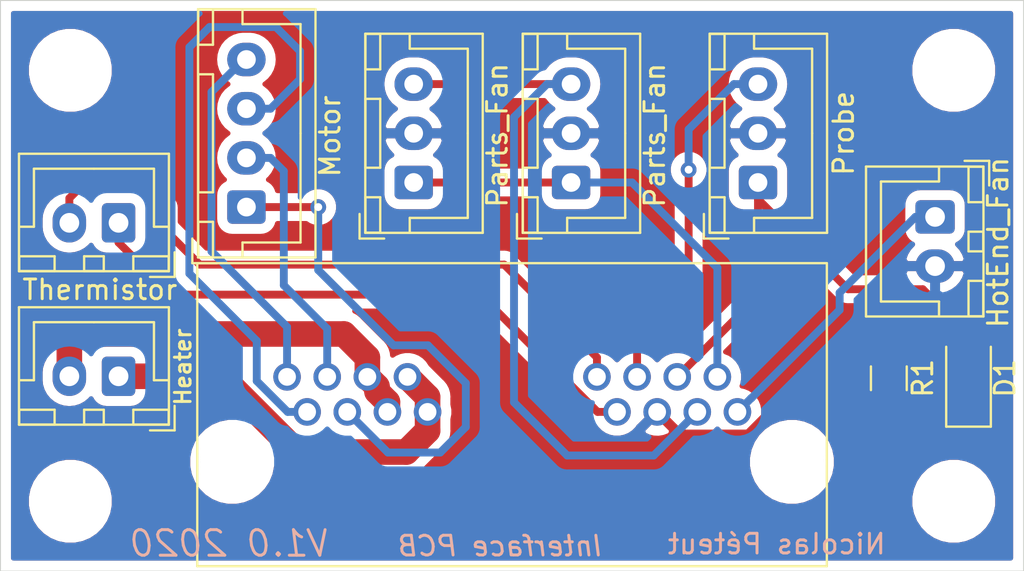
<source format=kicad_pcb>
(kicad_pcb (version 20171130) (host pcbnew "(5.1.5)-3")

  (general
    (thickness 1.6)
    (drawings 7)
    (tracks 115)
    (zones 0)
    (modules 14)
    (nets 16)
  )

  (page A4)
  (layers
    (0 F.Cu signal)
    (31 B.Cu signal hide)
    (32 B.Adhes user)
    (33 F.Adhes user)
    (34 B.Paste user)
    (35 F.Paste user)
    (36 B.SilkS user)
    (37 F.SilkS user)
    (38 B.Mask user)
    (39 F.Mask user)
    (40 Dwgs.User user hide)
    (41 Cmts.User user)
    (42 Eco1.User user)
    (43 Eco2.User user hide)
    (44 Edge.Cuts user)
    (45 Margin user)
    (46 B.CrtYd user hide)
    (47 F.CrtYd user hide)
    (48 B.Fab user)
    (49 F.Fab user hide)
  )

  (setup
    (last_trace_width 0.25)
    (trace_clearance 0.2)
    (zone_clearance 0.508)
    (zone_45_only no)
    (trace_min 0.127)
    (via_size 0.8)
    (via_drill 0.4)
    (via_min_size 0.45)
    (via_min_drill 0.2)
    (uvia_size 0.3)
    (uvia_drill 0.1)
    (uvias_allowed no)
    (uvia_min_size 0.2)
    (uvia_min_drill 0.1)
    (edge_width 0.05)
    (segment_width 0.2)
    (pcb_text_width 0.3)
    (pcb_text_size 1.5 1.5)
    (mod_edge_width 0.12)
    (mod_text_size 1 1)
    (mod_text_width 0.15)
    (pad_size 3.2 3.2)
    (pad_drill 3.2)
    (pad_to_mask_clearance 0.051)
    (solder_mask_min_width 0.25)
    (aux_axis_origin 0 0)
    (visible_elements 7FFFFFFF)
    (pcbplotparams
      (layerselection 0x010fc_ffffffff)
      (usegerberextensions false)
      (usegerberattributes false)
      (usegerberadvancedattributes false)
      (creategerberjobfile false)
      (excludeedgelayer true)
      (linewidth 0.100000)
      (plotframeref false)
      (viasonmask false)
      (mode 1)
      (useauxorigin false)
      (hpglpennumber 1)
      (hpglpenspeed 20)
      (hpglpendiameter 15.000000)
      (psnegative false)
      (psa4output false)
      (plotreference true)
      (plotvalue false)
      (plotinvisibletext false)
      (padsonsilk false)
      (subtractmaskfromsilk false)
      (outputformat 1)
      (mirror false)
      (drillshape 0)
      (scaleselection 1)
      (outputdirectory "Gerber files/"))
  )

  (net 0 "")
  (net 1 /HE2)
  (net 2 /HE1)
  (net 3 /24V)
  (net 4 /Green)
  (net 5 /Red)
  (net 6 /Black)
  (net 7 /PWM)
  (net 8 /+24V)
  (net 9 /SIGNAL)
  (net 10 /TH2)
  (net 11 /TH1)
  (net 12 +5V)
  (net 13 GND)
  (net 14 /Blue)
  (net 15 "Net-(D1-Pad1)")

  (net_class Default "Ceci est la Netclass par défaut."
    (clearance 0.2)
    (trace_width 0.25)
    (via_dia 0.8)
    (via_drill 0.4)
    (uvia_dia 0.3)
    (uvia_drill 0.1)
    (add_net +5V)
    (add_net /+24V)
    (add_net /24V)
    (add_net /Black)
    (add_net /Blue)
    (add_net /Green)
    (add_net /PWM)
    (add_net /Red)
    (add_net /SIGNAL)
    (add_net /TH1)
    (add_net /TH2)
    (add_net "Net-(D1-Pad1)")
  )

  (net_class GND ""
    (clearance 0.2)
    (trace_width 0.4)
    (via_dia 0.8)
    (via_drill 0.4)
    (uvia_dia 0.3)
    (uvia_drill 0.1)
    (add_net GND)
  )

  (net_class Puissance ""
    (clearance 0.2)
    (trace_width 1)
    (via_dia 1)
    (via_drill 0.4)
    (uvia_dia 0.3)
    (uvia_drill 0.1)
    (add_net /HE1)
    (add_net /HE2)
  )

  (module RJHSE508002:RJHSE508002 locked (layer F.Cu) (tedit 5EEE6A8E) (tstamp 5EED2EBE)
    (at 126 123.45)
    (path /5EED04C7)
    (fp_text reference J1 (at 0.18 -8.87) (layer F.SilkS) hide
      (effects (font (size 1 1) (thickness 0.15)))
    )
    (fp_text value " RJHSE508002" (at 0.18 -9.87) (layer F.Fab)
      (effects (font (size 1 1) (thickness 0.15)))
    )
    (fp_line (start -16 -10.1) (end 16 -10.1) (layer F.SilkS) (width 0.12))
    (fp_line (start 16 -10.1) (end 16 5.3) (layer F.SilkS) (width 0.12))
    (fp_line (start 16 5.3) (end -16 5.3) (layer F.SilkS) (width 0.12))
    (fp_line (start -16 5.3) (end -16 -10.1) (layer F.SilkS) (width 0.12))
    (pad "" np_thru_hole circle (at -14.225 0) (size 3.25 3.25) (drill 3.25) (layers *.Cu *.Mask))
    (pad "" np_thru_hole circle (at 14.225 0) (size 3.25 3.25) (drill 3.25) (layers *.Cu *.Mask))
    (pad 16 thru_hole circle (at -11.435 -4.32) (size 1.4 1.4) (drill 0.9) (layers *.Cu *.Mask)
      (net 14 /Blue))
    (pad 8 thru_hole circle (at 4.315 -4.32) (size 1.4 1.4) (drill 0.9) (layers *.Cu *.Mask)
      (net 10 /TH2))
    (pad 15 thru_hole circle (at -10.415 -2.54) (size 1.4 1.4) (drill 0.9) (layers *.Cu *.Mask)
      (net 4 /Green))
    (pad 7 thru_hole circle (at 5.335 -2.54) (size 1.4 1.4) (drill 0.9) (layers *.Cu *.Mask)
      (net 11 /TH1))
    (pad 14 thru_hole circle (at -9.395 -4.32) (size 1.4 1.4) (drill 0.9) (layers *.Cu *.Mask)
      (net 5 /Red))
    (pad 6 thru_hole circle (at 6.355 -4.32) (size 1.4 1.4) (drill 0.9) (layers *.Cu *.Mask)
      (net 9 /SIGNAL))
    (pad 13 thru_hole circle (at -8.374 -2.54) (size 1.4 1.4) (drill 0.9) (layers *.Cu *.Mask)
      (net 6 /Black))
    (pad 5 thru_hole circle (at 7.375 -2.54) (size 1.4 1.4) (drill 0.9) (layers *.Cu *.Mask)
      (net 13 GND))
    (pad 12 thru_hole circle (at -7.354 -4.32) (size 1.4 1.4) (drill 0.9) (layers *.Cu *.Mask)
      (net 1 /HE2))
    (pad 4 thru_hole circle (at 8.395 -4.32) (size 1.4 1.4) (drill 0.9) (layers *.Cu *.Mask)
      (net 12 +5V))
    (pad 11 thru_hole circle (at -6.334 -2.54) (size 1.4 1.4) (drill 0.9) (layers *.Cu *.Mask)
      (net 1 /HE2))
    (pad 3 thru_hole circle (at 9.415 -2.54) (size 1.4 1.4) (drill 0.9) (layers *.Cu *.Mask)
      (net 7 /PWM))
    (pad 2 thru_hole circle (at 10.435 -4.32) (size 1.4 1.4) (drill 0.9) (layers *.Cu *.Mask)
      (net 8 /+24V))
    (pad 10 thru_hole circle (at -5.314 -4.32) (size 1.4 1.4) (drill 0.9) (layers *.Cu *.Mask)
      (net 2 /HE1))
    (pad 9 thru_hole circle (at -4.294 -2.54) (size 1.4 1.4) (drill 0.9) (layers *.Cu *.Mask)
      (net 2 /HE1))
    (pad 1 thru_hole circle (at 11.455 -2.54) (size 1.4 1.4) (drill 0.9) (layers *.Cu *.Mask)
      (net 3 /24V))
    (model ${KIPRJMOD}/M-RJHSE-5080-02-REVT1.STEP
      (offset (xyz -2.35 2.4 1.9))
      (scale (xyz 1 1 1))
      (rotate (xyz -90 0 0))
    )
  )

  (module Resistor_SMD:R_1206_3216Metric_Pad1.42x1.75mm_HandSolder (layer F.Cu) (tedit 5B301BBD) (tstamp 5EED2EA4)
    (at 145.15 119.2 90)
    (descr "Resistor SMD 1206 (3216 Metric), square (rectangular) end terminal, IPC_7351 nominal with elongated pad for handsoldering. (Body size source: http://www.tortai-tech.com/upload/download/2011102023233369053.pdf), generated with kicad-footprint-generator")
    (tags "resistor handsolder")
    (path /5EEE5489)
    (attr smd)
    (fp_text reference R1 (at 0 1.725 90) (layer F.SilkS)
      (effects (font (size 1 1) (thickness 0.15)))
    )
    (fp_text value R (at 0 1.82 90) (layer F.Fab)
      (effects (font (size 1 1) (thickness 0.15)))
    )
    (fp_text user %R (at 0 0 90) (layer F.Fab)
      (effects (font (size 0.8 0.8) (thickness 0.12)))
    )
    (fp_line (start 2.45 1.12) (end -2.45 1.12) (layer F.CrtYd) (width 0.05))
    (fp_line (start 2.45 -1.12) (end 2.45 1.12) (layer F.CrtYd) (width 0.05))
    (fp_line (start -2.45 -1.12) (end 2.45 -1.12) (layer F.CrtYd) (width 0.05))
    (fp_line (start -2.45 1.12) (end -2.45 -1.12) (layer F.CrtYd) (width 0.05))
    (fp_line (start -0.602064 0.91) (end 0.602064 0.91) (layer F.SilkS) (width 0.12))
    (fp_line (start -0.602064 -0.91) (end 0.602064 -0.91) (layer F.SilkS) (width 0.12))
    (fp_line (start 1.6 0.8) (end -1.6 0.8) (layer F.Fab) (width 0.1))
    (fp_line (start 1.6 -0.8) (end 1.6 0.8) (layer F.Fab) (width 0.1))
    (fp_line (start -1.6 -0.8) (end 1.6 -0.8) (layer F.Fab) (width 0.1))
    (fp_line (start -1.6 0.8) (end -1.6 -0.8) (layer F.Fab) (width 0.1))
    (fp_text user 150 (at 0 -1.675 270) (layer F.SilkS) hide
      (effects (font (size 1 1) (thickness 0.15)))
    )
    (pad 2 smd roundrect (at 1.4875 0 90) (size 1.425 1.75) (layers F.Cu F.Paste F.Mask) (roundrect_rratio 0.175439)
      (net 13 GND))
    (pad 1 smd roundrect (at -1.4875 0 90) (size 1.425 1.75) (layers F.Cu F.Paste F.Mask) (roundrect_rratio 0.175439)
      (net 15 "Net-(D1-Pad1)"))
    (model ${KISYS3DMOD}/Resistor_SMD.3dshapes/R_1206_3216Metric.wrl
      (at (xyz 0 0 0))
      (scale (xyz 1 1 1))
      (rotate (xyz 0 0 0))
    )
  )

  (module LED_SMD:LED_1206_3216Metric_Pad1.42x1.75mm_HandSolder (layer F.Cu) (tedit 5B4B45C9) (tstamp 5EED2D9A)
    (at 149.2 119.2 90)
    (descr "LED SMD 1206 (3216 Metric), square (rectangular) end terminal, IPC_7351 nominal, (Body size source: http://www.tortai-tech.com/upload/download/2011102023233369053.pdf), generated with kicad-footprint-generator")
    (tags "LED handsolder")
    (path /5EEE6826)
    (attr smd)
    (fp_text reference D1 (at 0 1.85 90) (layer F.SilkS)
      (effects (font (size 1 1) (thickness 0.15)))
    )
    (fp_text value LED (at 0 1.82 90) (layer F.Fab)
      (effects (font (size 1 1) (thickness 0.15)))
    )
    (fp_text user %R (at 0 0 90) (layer F.Fab)
      (effects (font (size 0.8 0.8) (thickness 0.12)))
    )
    (fp_line (start 2.45 1.12) (end -2.45 1.12) (layer F.CrtYd) (width 0.05))
    (fp_line (start 2.45 -1.12) (end 2.45 1.12) (layer F.CrtYd) (width 0.05))
    (fp_line (start -2.45 -1.12) (end 2.45 -1.12) (layer F.CrtYd) (width 0.05))
    (fp_line (start -2.45 1.12) (end -2.45 -1.12) (layer F.CrtYd) (width 0.05))
    (fp_line (start -2.46 1.135) (end 1.6 1.135) (layer F.SilkS) (width 0.12))
    (fp_line (start -2.46 -1.135) (end -2.46 1.135) (layer F.SilkS) (width 0.12))
    (fp_line (start 1.6 -1.135) (end -2.46 -1.135) (layer F.SilkS) (width 0.12))
    (fp_line (start 1.6 0.8) (end 1.6 -0.8) (layer F.Fab) (width 0.1))
    (fp_line (start -1.6 0.8) (end 1.6 0.8) (layer F.Fab) (width 0.1))
    (fp_line (start -1.6 -0.4) (end -1.6 0.8) (layer F.Fab) (width 0.1))
    (fp_line (start -1.2 -0.8) (end -1.6 -0.4) (layer F.Fab) (width 0.1))
    (fp_line (start 1.6 -0.8) (end -1.2 -0.8) (layer F.Fab) (width 0.1))
    (pad 2 smd roundrect (at 1.4875 0 90) (size 1.425 1.75) (layers F.Cu F.Paste F.Mask) (roundrect_rratio 0.175439)
      (net 12 +5V))
    (pad 1 smd roundrect (at -1.4875 0 90) (size 1.425 1.75) (layers F.Cu F.Paste F.Mask) (roundrect_rratio 0.175439)
      (net 15 "Net-(D1-Pad1)"))
    (model ${KISYS3DMOD}/LED_SMD.3dshapes/LED_1206_3216Metric.wrl
      (at (xyz 0 0 0))
      (scale (xyz 1 1 1))
      (rotate (xyz 0 0 0))
    )
  )

  (module Connector_JST:JST_XH_B3B-XH-A_1x03_P2.50mm_Vertical (layer F.Cu) (tedit 5C28146C) (tstamp 5EED2E41)
    (at 121 109.25 90)
    (descr "JST XH series connector, B3B-XH-A (http://www.jst-mfg.com/product/pdf/eng/eXH.pdf), generated with kicad-footprint-generator")
    (tags "connector JST XH vertical")
    (path /5EED57F0)
    (fp_text reference J3 (at 2.5 -3.55 90) (layer F.SilkS) hide
      (effects (font (size 1 1) (thickness 0.15)))
    )
    (fp_text value Conn_01x03 (at 2.5 4.6 90) (layer F.Fab) hide
      (effects (font (size 1 1) (thickness 0.15)))
    )
    (fp_text user %R (at 2.5 2.7 90) (layer F.Fab) hide
      (effects (font (size 1 1) (thickness 0.15)))
    )
    (fp_line (start -2.85 -2.75) (end -2.85 -1.5) (layer F.SilkS) (width 0.12))
    (fp_line (start -1.6 -2.75) (end -2.85 -2.75) (layer F.SilkS) (width 0.12))
    (fp_line (start 6.8 2.75) (end 2.5 2.75) (layer F.SilkS) (width 0.12))
    (fp_line (start 6.8 -0.2) (end 6.8 2.75) (layer F.SilkS) (width 0.12))
    (fp_line (start 7.55 -0.2) (end 6.8 -0.2) (layer F.SilkS) (width 0.12))
    (fp_line (start -1.8 2.75) (end 2.5 2.75) (layer F.SilkS) (width 0.12))
    (fp_line (start -1.8 -0.2) (end -1.8 2.75) (layer F.SilkS) (width 0.12))
    (fp_line (start -2.55 -0.2) (end -1.8 -0.2) (layer F.SilkS) (width 0.12))
    (fp_line (start 7.55 -2.45) (end 5.75 -2.45) (layer F.SilkS) (width 0.12))
    (fp_line (start 7.55 -1.7) (end 7.55 -2.45) (layer F.SilkS) (width 0.12))
    (fp_line (start 5.75 -1.7) (end 7.55 -1.7) (layer F.SilkS) (width 0.12))
    (fp_line (start 5.75 -2.45) (end 5.75 -1.7) (layer F.SilkS) (width 0.12))
    (fp_line (start -0.75 -2.45) (end -2.55 -2.45) (layer F.SilkS) (width 0.12))
    (fp_line (start -0.75 -1.7) (end -0.75 -2.45) (layer F.SilkS) (width 0.12))
    (fp_line (start -2.55 -1.7) (end -0.75 -1.7) (layer F.SilkS) (width 0.12))
    (fp_line (start -2.55 -2.45) (end -2.55 -1.7) (layer F.SilkS) (width 0.12))
    (fp_line (start 4.25 -2.45) (end 0.75 -2.45) (layer F.SilkS) (width 0.12))
    (fp_line (start 4.25 -1.7) (end 4.25 -2.45) (layer F.SilkS) (width 0.12))
    (fp_line (start 0.75 -1.7) (end 4.25 -1.7) (layer F.SilkS) (width 0.12))
    (fp_line (start 0.75 -2.45) (end 0.75 -1.7) (layer F.SilkS) (width 0.12))
    (fp_line (start 0 -1.35) (end 0.625 -2.35) (layer F.Fab) (width 0.1))
    (fp_line (start -0.625 -2.35) (end 0 -1.35) (layer F.Fab) (width 0.1))
    (fp_line (start 7.95 -2.85) (end -2.95 -2.85) (layer F.CrtYd) (width 0.05))
    (fp_line (start 7.95 3.9) (end 7.95 -2.85) (layer F.CrtYd) (width 0.05))
    (fp_line (start -2.95 3.9) (end 7.95 3.9) (layer F.CrtYd) (width 0.05))
    (fp_line (start -2.95 -2.85) (end -2.95 3.9) (layer F.CrtYd) (width 0.05))
    (fp_line (start 7.56 -2.46) (end -2.56 -2.46) (layer F.SilkS) (width 0.12))
    (fp_line (start 7.56 3.51) (end 7.56 -2.46) (layer F.SilkS) (width 0.12))
    (fp_line (start -2.56 3.51) (end 7.56 3.51) (layer F.SilkS) (width 0.12))
    (fp_line (start -2.56 -2.46) (end -2.56 3.51) (layer F.SilkS) (width 0.12))
    (fp_line (start 7.45 -2.35) (end -2.45 -2.35) (layer F.Fab) (width 0.1))
    (fp_line (start 7.45 3.4) (end 7.45 -2.35) (layer F.Fab) (width 0.1))
    (fp_line (start -2.45 3.4) (end 7.45 3.4) (layer F.Fab) (width 0.1))
    (fp_line (start -2.45 -2.35) (end -2.45 3.4) (layer F.Fab) (width 0.1))
    (fp_text user Parts_Fan (at 2.4 4.25 90) (layer F.SilkS)
      (effects (font (size 1 1) (thickness 0.15)))
    )
    (pad 3 thru_hole oval (at 5 0 90) (size 1.7 1.95) (drill 0.95) (layers *.Cu *.Mask)
      (net 7 /PWM))
    (pad 2 thru_hole oval (at 2.5 0 90) (size 1.7 1.95) (drill 0.95) (layers *.Cu *.Mask)
      (net 13 GND))
    (pad 1 thru_hole roundrect (at 0 0 90) (size 1.7 1.95) (drill 0.95) (layers *.Cu *.Mask) (roundrect_rratio 0.147059)
      (net 8 /+24V))
    (model ${KISYS3DMOD}/Connector_JST.3dshapes/JST_XH_B3B-XH-A_1x03_P2.50mm_Vertical.wrl
      (at (xyz 0 0 0))
      (scale (xyz 1 1 1))
      (rotate (xyz 0 0 0))
    )
  )

  (module Connector_JST:JST_XH_B3B-XH-A_1x03_P2.50mm_Vertical (layer F.Cu) (tedit 5C28146C) (tstamp 5EED2E6B)
    (at 129 109.25 90)
    (descr "JST XH series connector, B3B-XH-A (http://www.jst-mfg.com/product/pdf/eng/eXH.pdf), generated with kicad-footprint-generator")
    (tags "connector JST XH vertical")
    (path /5EED81C4)
    (fp_text reference J4 (at 2.5 -3.55 90) (layer F.SilkS) hide
      (effects (font (size 1 1) (thickness 0.15)))
    )
    (fp_text value Conn_01x03 (at 2.5 4.6 90) (layer F.Fab) hide
      (effects (font (size 1 1) (thickness 0.15)))
    )
    (fp_text user %R (at 2.5 2.7 90) (layer F.Fab) hide
      (effects (font (size 1 1) (thickness 0.15)))
    )
    (fp_line (start -2.85 -2.75) (end -2.85 -1.5) (layer F.SilkS) (width 0.12))
    (fp_line (start -1.6 -2.75) (end -2.85 -2.75) (layer F.SilkS) (width 0.12))
    (fp_line (start 6.8 2.75) (end 2.5 2.75) (layer F.SilkS) (width 0.12))
    (fp_line (start 6.8 -0.2) (end 6.8 2.75) (layer F.SilkS) (width 0.12))
    (fp_line (start 7.55 -0.2) (end 6.8 -0.2) (layer F.SilkS) (width 0.12))
    (fp_line (start -1.8 2.75) (end 2.5 2.75) (layer F.SilkS) (width 0.12))
    (fp_line (start -1.8 -0.2) (end -1.8 2.75) (layer F.SilkS) (width 0.12))
    (fp_line (start -2.55 -0.2) (end -1.8 -0.2) (layer F.SilkS) (width 0.12))
    (fp_line (start 7.55 -2.45) (end 5.75 -2.45) (layer F.SilkS) (width 0.12))
    (fp_line (start 7.55 -1.7) (end 7.55 -2.45) (layer F.SilkS) (width 0.12))
    (fp_line (start 5.75 -1.7) (end 7.55 -1.7) (layer F.SilkS) (width 0.12))
    (fp_line (start 5.75 -2.45) (end 5.75 -1.7) (layer F.SilkS) (width 0.12))
    (fp_line (start -0.75 -2.45) (end -2.55 -2.45) (layer F.SilkS) (width 0.12))
    (fp_line (start -0.75 -1.7) (end -0.75 -2.45) (layer F.SilkS) (width 0.12))
    (fp_line (start -2.55 -1.7) (end -0.75 -1.7) (layer F.SilkS) (width 0.12))
    (fp_line (start -2.55 -2.45) (end -2.55 -1.7) (layer F.SilkS) (width 0.12))
    (fp_line (start 4.25 -2.45) (end 0.75 -2.45) (layer F.SilkS) (width 0.12))
    (fp_line (start 4.25 -1.7) (end 4.25 -2.45) (layer F.SilkS) (width 0.12))
    (fp_line (start 0.75 -1.7) (end 4.25 -1.7) (layer F.SilkS) (width 0.12))
    (fp_line (start 0.75 -2.45) (end 0.75 -1.7) (layer F.SilkS) (width 0.12))
    (fp_line (start 0 -1.35) (end 0.625 -2.35) (layer F.Fab) (width 0.1))
    (fp_line (start -0.625 -2.35) (end 0 -1.35) (layer F.Fab) (width 0.1))
    (fp_line (start 7.95 -2.85) (end -2.95 -2.85) (layer F.CrtYd) (width 0.05))
    (fp_line (start 7.95 3.9) (end 7.95 -2.85) (layer F.CrtYd) (width 0.05))
    (fp_line (start -2.95 3.9) (end 7.95 3.9) (layer F.CrtYd) (width 0.05))
    (fp_line (start -2.95 -2.85) (end -2.95 3.9) (layer F.CrtYd) (width 0.05))
    (fp_line (start 7.56 -2.46) (end -2.56 -2.46) (layer F.SilkS) (width 0.12))
    (fp_line (start 7.56 3.51) (end 7.56 -2.46) (layer F.SilkS) (width 0.12))
    (fp_line (start -2.56 3.51) (end 7.56 3.51) (layer F.SilkS) (width 0.12))
    (fp_line (start -2.56 -2.46) (end -2.56 3.51) (layer F.SilkS) (width 0.12))
    (fp_line (start 7.45 -2.35) (end -2.45 -2.35) (layer F.Fab) (width 0.1))
    (fp_line (start 7.45 3.4) (end 7.45 -2.35) (layer F.Fab) (width 0.1))
    (fp_line (start -2.45 3.4) (end 7.45 3.4) (layer F.Fab) (width 0.1))
    (fp_line (start -2.45 -2.35) (end -2.45 3.4) (layer F.Fab) (width 0.1))
    (fp_text user Parts_Fan (at 2.4 4.25 90) (layer F.SilkS)
      (effects (font (size 1 1) (thickness 0.15)))
    )
    (pad 3 thru_hole oval (at 5 0 90) (size 1.7 1.95) (drill 0.95) (layers *.Cu *.Mask)
      (net 7 /PWM))
    (pad 2 thru_hole oval (at 2.5 0 90) (size 1.7 1.95) (drill 0.95) (layers *.Cu *.Mask)
      (net 13 GND))
    (pad 1 thru_hole roundrect (at 0 0 90) (size 1.7 1.95) (drill 0.95) (layers *.Cu *.Mask) (roundrect_rratio 0.147059)
      (net 8 /+24V))
    (model ${KISYS3DMOD}/Connector_JST.3dshapes/JST_XH_B3B-XH-A_1x03_P2.50mm_Vertical.wrl
      (at (xyz 0 0 0))
      (scale (xyz 1 1 1))
      (rotate (xyz 0 0 0))
    )
  )

  (module MountingHole:MountingHole_3.2mm_M3 (layer F.Cu) (tedit 56D1B4CB) (tstamp 5EED42D6)
    (at 103.55 103.55)
    (descr "Mounting Hole 3.2mm, no annular, M3")
    (tags "mounting hole 3.2mm no annular m3")
    (path /5EEE54F0)
    (attr virtual)
    (fp_text reference H4 (at 0 -4.2) (layer F.SilkS) hide
      (effects (font (size 1 1) (thickness 0.15)))
    )
    (fp_text value MountingHole (at 0 4.2) (layer F.Fab) hide
      (effects (font (size 1 1) (thickness 0.15)))
    )
    (fp_circle (center 0 0) (end 3.45 0) (layer F.CrtYd) (width 0.05))
    (fp_circle (center 0 0) (end 3.2 0) (layer Cmts.User) (width 0.15))
    (fp_text user %R (at 0 0) (layer F.Fab) hide
      (effects (font (size 1 1) (thickness 0.15)))
    )
    (pad 1 np_thru_hole circle (at 0 0) (size 3.2 3.2) (drill 3.2) (layers *.Cu *.Mask))
  )

  (module MountingHole:MountingHole_3.2mm_M3 (layer F.Cu) (tedit 56D1B4CB) (tstamp 5EED42CE)
    (at 103.55 125.45)
    (descr "Mounting Hole 3.2mm, no annular, M3")
    (tags "mounting hole 3.2mm no annular m3")
    (path /5EEE5460)
    (attr virtual)
    (fp_text reference H3 (at 0 -4.2) (layer F.SilkS) hide
      (effects (font (size 1 1) (thickness 0.15)))
    )
    (fp_text value MountingHole (at 0 4.2) (layer F.Fab) hide
      (effects (font (size 1 1) (thickness 0.15)))
    )
    (fp_circle (center 0 0) (end 3.45 0) (layer F.CrtYd) (width 0.05))
    (fp_circle (center 0 0) (end 3.2 0) (layer Cmts.User) (width 0.15))
    (fp_text user %R (at 0.3 0) (layer F.Fab) hide
      (effects (font (size 1 1) (thickness 0.15)))
    )
    (pad 1 np_thru_hole circle (at 0 0) (size 3.2 3.2) (drill 3.2) (layers *.Cu *.Mask))
  )

  (module MountingHole:MountingHole_3.2mm_M3 (layer F.Cu) (tedit 56D1B4CB) (tstamp 5EED42C6)
    (at 148.45 103.55)
    (descr "Mounting Hole 3.2mm, no annular, M3")
    (tags "mounting hole 3.2mm no annular m3")
    (path /5EEE54A8)
    (attr virtual)
    (fp_text reference H2 (at 0 -4.2) (layer F.SilkS) hide
      (effects (font (size 1 1) (thickness 0.15)))
    )
    (fp_text value MountingHole (at 0 4.2) (layer F.Fab) hide
      (effects (font (size 1 1) (thickness 0.15)))
    )
    (fp_circle (center 0 0) (end 3.45 0) (layer F.CrtYd) (width 0.05))
    (fp_circle (center 0 0) (end 3.2 0) (layer Cmts.User) (width 0.15))
    (fp_text user %R (at 0.593687 0.297498) (layer F.Fab) hide
      (effects (font (size 1 1) (thickness 0.15)))
    )
    (pad 1 np_thru_hole circle (at 0 0) (size 3.2 3.2) (drill 3.2) (layers *.Cu *.Mask))
  )

  (module MountingHole:MountingHole_3.2mm_M3 (layer F.Cu) (tedit 56D1B4CB) (tstamp 5EED3C7E)
    (at 148.45 125.45)
    (descr "Mounting Hole 3.2mm, no annular, M3")
    (tags "mounting hole 3.2mm no annular m3")
    (path /5EEE4972)
    (attr virtual)
    (fp_text reference H1 (at 0 -4.2) (layer F.SilkS) hide
      (effects (font (size 1 1) (thickness 0.15)))
    )
    (fp_text value MountingHole (at 0 4.2) (layer F.Fab) hide
      (effects (font (size 1 1) (thickness 0.15)))
    )
    (fp_circle (center 0 0) (end 3.45 0) (layer F.CrtYd) (width 0.05))
    (fp_circle (center 0 0) (end 3.2 0) (layer Cmts.User) (width 0.15))
    (fp_text user %R (at 0.3 0.197498) (layer F.Fab) hide
      (effects (font (size 1 1) (thickness 0.15)))
    )
    (pad 1 np_thru_hole circle (at 0 0) (size 3.2 3.2) (drill 3.2) (layers *.Cu *.Mask))
  )

  (module Connector_JST:JST_XH_B2B-XH-A_1x02_P2.50mm_Vertical (layer F.Cu) (tedit 5C28146C) (tstamp 5EED2EE7)
    (at 106 111.3 180)
    (descr "JST XH series connector, B2B-XH-A (http://www.jst-mfg.com/product/pdf/eng/eXH.pdf), generated with kicad-footprint-generator")
    (tags "connector JST XH vertical")
    (path /5EEB682E)
    (fp_text reference J7 (at 1.25 -3.55) (layer F.SilkS) hide
      (effects (font (size 1 1) (thickness 0.15)))
    )
    (fp_text value Conn_01x02 (at 1.25 4.6) (layer F.Fab) hide
      (effects (font (size 1 1) (thickness 0.15)))
    )
    (fp_text user %R (at 1.25 2.7) (layer F.Fab) hide
      (effects (font (size 1 1) (thickness 0.15)))
    )
    (fp_line (start -2.85 -2.75) (end -2.85 -1.5) (layer F.SilkS) (width 0.12))
    (fp_line (start -1.6 -2.75) (end -2.85 -2.75) (layer F.SilkS) (width 0.12))
    (fp_line (start 4.3 2.75) (end 1.25 2.75) (layer F.SilkS) (width 0.12))
    (fp_line (start 4.3 -0.2) (end 4.3 2.75) (layer F.SilkS) (width 0.12))
    (fp_line (start 5.05 -0.2) (end 4.3 -0.2) (layer F.SilkS) (width 0.12))
    (fp_line (start -1.8 2.75) (end 1.25 2.75) (layer F.SilkS) (width 0.12))
    (fp_line (start -1.8 -0.2) (end -1.8 2.75) (layer F.SilkS) (width 0.12))
    (fp_line (start -2.55 -0.2) (end -1.8 -0.2) (layer F.SilkS) (width 0.12))
    (fp_line (start 5.05 -2.45) (end 3.25 -2.45) (layer F.SilkS) (width 0.12))
    (fp_line (start 5.05 -1.7) (end 5.05 -2.45) (layer F.SilkS) (width 0.12))
    (fp_line (start 3.25 -1.7) (end 5.05 -1.7) (layer F.SilkS) (width 0.12))
    (fp_line (start 3.25 -2.45) (end 3.25 -1.7) (layer F.SilkS) (width 0.12))
    (fp_line (start -0.75 -2.45) (end -2.55 -2.45) (layer F.SilkS) (width 0.12))
    (fp_line (start -0.75 -1.7) (end -0.75 -2.45) (layer F.SilkS) (width 0.12))
    (fp_line (start -2.55 -1.7) (end -0.75 -1.7) (layer F.SilkS) (width 0.12))
    (fp_line (start -2.55 -2.45) (end -2.55 -1.7) (layer F.SilkS) (width 0.12))
    (fp_line (start 1.75 -2.45) (end 0.75 -2.45) (layer F.SilkS) (width 0.12))
    (fp_line (start 1.75 -1.7) (end 1.75 -2.45) (layer F.SilkS) (width 0.12))
    (fp_line (start 0.75 -1.7) (end 1.75 -1.7) (layer F.SilkS) (width 0.12))
    (fp_line (start 0.75 -2.45) (end 0.75 -1.7) (layer F.SilkS) (width 0.12))
    (fp_line (start 0 -1.35) (end 0.625 -2.35) (layer F.Fab) (width 0.1))
    (fp_line (start -0.625 -2.35) (end 0 -1.35) (layer F.Fab) (width 0.1))
    (fp_line (start 5.45 -2.85) (end -2.95 -2.85) (layer F.CrtYd) (width 0.05))
    (fp_line (start 5.45 3.9) (end 5.45 -2.85) (layer F.CrtYd) (width 0.05))
    (fp_line (start -2.95 3.9) (end 5.45 3.9) (layer F.CrtYd) (width 0.05))
    (fp_line (start -2.95 -2.85) (end -2.95 3.9) (layer F.CrtYd) (width 0.05))
    (fp_line (start 5.06 -2.46) (end -2.56 -2.46) (layer F.SilkS) (width 0.12))
    (fp_line (start 5.06 3.51) (end 5.06 -2.46) (layer F.SilkS) (width 0.12))
    (fp_line (start -2.56 3.51) (end 5.06 3.51) (layer F.SilkS) (width 0.12))
    (fp_line (start -2.56 -2.46) (end -2.56 3.51) (layer F.SilkS) (width 0.12))
    (fp_line (start 4.95 -2.35) (end -2.45 -2.35) (layer F.Fab) (width 0.1))
    (fp_line (start 4.95 3.4) (end 4.95 -2.35) (layer F.Fab) (width 0.1))
    (fp_line (start -2.45 3.4) (end 4.95 3.4) (layer F.Fab) (width 0.1))
    (fp_line (start -2.45 -2.35) (end -2.45 3.4) (layer F.Fab) (width 0.1))
    (fp_text user Thermistor (at 0.95 -3.4 180) (layer F.SilkS)
      (effects (font (size 1 1) (thickness 0.15)))
    )
    (pad 2 thru_hole oval (at 2.5 0 180) (size 1.7 2) (drill 1) (layers *.Cu *.Mask)
      (net 10 /TH2))
    (pad 1 thru_hole roundrect (at 0 0 180) (size 1.7 2) (drill 1) (layers *.Cu *.Mask) (roundrect_rratio 0.147059)
      (net 11 /TH1))
    (model ${KISYS3DMOD}/Connector_JST.3dshapes/JST_XH_B2B-XH-A_1x02_P2.50mm_Vertical.wrl
      (at (xyz 0 0 0))
      (scale (xyz 1 1 1))
      (rotate (xyz 0 0 0))
    )
  )

  (module Connector_JST:JST_XH_B3B-XH-A_1x03_P2.50mm_Vertical (layer F.Cu) (tedit 5C28146C) (tstamp 5EED2E95)
    (at 138.5 109.25 90)
    (descr "JST XH series connector, B3B-XH-A (http://www.jst-mfg.com/product/pdf/eng/eXH.pdf), generated with kicad-footprint-generator")
    (tags "connector JST XH vertical")
    (path /5EEB5473)
    (fp_text reference J5 (at 2.5 -3.55 90) (layer F.SilkS) hide
      (effects (font (size 1 1) (thickness 0.15)))
    )
    (fp_text value Conn_01x03 (at 2.5 4.6 90) (layer F.Fab) hide
      (effects (font (size 1 1) (thickness 0.15)))
    )
    (fp_text user %R (at 2.5 2.7 90) (layer F.Fab) hide
      (effects (font (size 1 1) (thickness 0.15)))
    )
    (fp_line (start -2.85 -2.75) (end -2.85 -1.5) (layer F.SilkS) (width 0.12))
    (fp_line (start -1.6 -2.75) (end -2.85 -2.75) (layer F.SilkS) (width 0.12))
    (fp_line (start 6.8 2.75) (end 2.5 2.75) (layer F.SilkS) (width 0.12))
    (fp_line (start 6.8 -0.2) (end 6.8 2.75) (layer F.SilkS) (width 0.12))
    (fp_line (start 7.55 -0.2) (end 6.8 -0.2) (layer F.SilkS) (width 0.12))
    (fp_line (start -1.8 2.75) (end 2.5 2.75) (layer F.SilkS) (width 0.12))
    (fp_line (start -1.8 -0.2) (end -1.8 2.75) (layer F.SilkS) (width 0.12))
    (fp_line (start -2.55 -0.2) (end -1.8 -0.2) (layer F.SilkS) (width 0.12))
    (fp_line (start 7.55 -2.45) (end 5.75 -2.45) (layer F.SilkS) (width 0.12))
    (fp_line (start 7.55 -1.7) (end 7.55 -2.45) (layer F.SilkS) (width 0.12))
    (fp_line (start 5.75 -1.7) (end 7.55 -1.7) (layer F.SilkS) (width 0.12))
    (fp_line (start 5.75 -2.45) (end 5.75 -1.7) (layer F.SilkS) (width 0.12))
    (fp_line (start -0.75 -2.45) (end -2.55 -2.45) (layer F.SilkS) (width 0.12))
    (fp_line (start -0.75 -1.7) (end -0.75 -2.45) (layer F.SilkS) (width 0.12))
    (fp_line (start -2.55 -1.7) (end -0.75 -1.7) (layer F.SilkS) (width 0.12))
    (fp_line (start -2.55 -2.45) (end -2.55 -1.7) (layer F.SilkS) (width 0.12))
    (fp_line (start 4.25 -2.45) (end 0.75 -2.45) (layer F.SilkS) (width 0.12))
    (fp_line (start 4.25 -1.7) (end 4.25 -2.45) (layer F.SilkS) (width 0.12))
    (fp_line (start 0.75 -1.7) (end 4.25 -1.7) (layer F.SilkS) (width 0.12))
    (fp_line (start 0.75 -2.45) (end 0.75 -1.7) (layer F.SilkS) (width 0.12))
    (fp_line (start 0 -1.35) (end 0.625 -2.35) (layer F.Fab) (width 0.1))
    (fp_line (start -0.625 -2.35) (end 0 -1.35) (layer F.Fab) (width 0.1))
    (fp_line (start 7.95 -2.85) (end -2.95 -2.85) (layer F.CrtYd) (width 0.05))
    (fp_line (start 7.95 3.9) (end 7.95 -2.85) (layer F.CrtYd) (width 0.05))
    (fp_line (start -2.95 3.9) (end 7.95 3.9) (layer F.CrtYd) (width 0.05))
    (fp_line (start -2.95 -2.85) (end -2.95 3.9) (layer F.CrtYd) (width 0.05))
    (fp_line (start 7.56 -2.46) (end -2.56 -2.46) (layer F.SilkS) (width 0.12))
    (fp_line (start 7.56 3.51) (end 7.56 -2.46) (layer F.SilkS) (width 0.12))
    (fp_line (start -2.56 3.51) (end 7.56 3.51) (layer F.SilkS) (width 0.12))
    (fp_line (start -2.56 -2.46) (end -2.56 3.51) (layer F.SilkS) (width 0.12))
    (fp_line (start 7.45 -2.35) (end -2.45 -2.35) (layer F.Fab) (width 0.1))
    (fp_line (start 7.45 3.4) (end 7.45 -2.35) (layer F.Fab) (width 0.1))
    (fp_line (start -2.45 3.4) (end 7.45 3.4) (layer F.Fab) (width 0.1))
    (fp_line (start -2.45 -2.35) (end -2.45 3.4) (layer F.Fab) (width 0.1))
    (fp_text user Probe (at 2.5 4.35 90) (layer F.SilkS)
      (effects (font (size 1 1) (thickness 0.15)))
    )
    (pad 3 thru_hole oval (at 5 0 90) (size 1.7 1.95) (drill 0.95) (layers *.Cu *.Mask)
      (net 9 /SIGNAL))
    (pad 2 thru_hole oval (at 2.5 0 90) (size 1.7 1.95) (drill 0.95) (layers *.Cu *.Mask)
      (net 13 GND))
    (pad 1 thru_hole roundrect (at 0 0 90) (size 1.7 1.95) (drill 0.95) (layers *.Cu *.Mask) (roundrect_rratio 0.147059)
      (net 12 +5V))
    (model ${KISYS3DMOD}/Connector_JST.3dshapes/JST_XH_B3B-XH-A_1x03_P2.50mm_Vertical.wrl
      (at (xyz 0 0 0))
      (scale (xyz 1 1 1))
      (rotate (xyz 0 0 0))
    )
  )

  (module Connector_JST:JST_XH_B4B-XH-A_1x04_P2.50mm_Vertical (layer F.Cu) (tedit 5C28146C) (tstamp 5EED2E17)
    (at 112.5 110.5 90)
    (descr "JST XH series connector, B4B-XH-A (http://www.jst-mfg.com/product/pdf/eng/eXH.pdf), generated with kicad-footprint-generator")
    (tags "connector JST XH vertical")
    (path /5EEB7197)
    (fp_text reference J8 (at 3.75 -3.55 90) (layer F.SilkS) hide
      (effects (font (size 1 1) (thickness 0.15)))
    )
    (fp_text value Conn_01x04 (at 3.75 4.6 90) (layer F.Fab) hide
      (effects (font (size 1 1) (thickness 0.15)))
    )
    (fp_text user %R (at 3.75 2.7 90) (layer F.Fab) hide
      (effects (font (size 1 1) (thickness 0.15)))
    )
    (fp_line (start -2.85 -2.75) (end -2.85 -1.5) (layer F.SilkS) (width 0.12))
    (fp_line (start -1.6 -2.75) (end -2.85 -2.75) (layer F.SilkS) (width 0.12))
    (fp_line (start 9.3 2.75) (end 3.75 2.75) (layer F.SilkS) (width 0.12))
    (fp_line (start 9.3 -0.2) (end 9.3 2.75) (layer F.SilkS) (width 0.12))
    (fp_line (start 10.05 -0.2) (end 9.3 -0.2) (layer F.SilkS) (width 0.12))
    (fp_line (start -1.8 2.75) (end 3.75 2.75) (layer F.SilkS) (width 0.12))
    (fp_line (start -1.8 -0.2) (end -1.8 2.75) (layer F.SilkS) (width 0.12))
    (fp_line (start -2.55 -0.2) (end -1.8 -0.2) (layer F.SilkS) (width 0.12))
    (fp_line (start 10.05 -2.45) (end 8.25 -2.45) (layer F.SilkS) (width 0.12))
    (fp_line (start 10.05 -1.7) (end 10.05 -2.45) (layer F.SilkS) (width 0.12))
    (fp_line (start 8.25 -1.7) (end 10.05 -1.7) (layer F.SilkS) (width 0.12))
    (fp_line (start 8.25 -2.45) (end 8.25 -1.7) (layer F.SilkS) (width 0.12))
    (fp_line (start -0.75 -2.45) (end -2.55 -2.45) (layer F.SilkS) (width 0.12))
    (fp_line (start -0.75 -1.7) (end -0.75 -2.45) (layer F.SilkS) (width 0.12))
    (fp_line (start -2.55 -1.7) (end -0.75 -1.7) (layer F.SilkS) (width 0.12))
    (fp_line (start -2.55 -2.45) (end -2.55 -1.7) (layer F.SilkS) (width 0.12))
    (fp_line (start 6.75 -2.45) (end 0.75 -2.45) (layer F.SilkS) (width 0.12))
    (fp_line (start 6.75 -1.7) (end 6.75 -2.45) (layer F.SilkS) (width 0.12))
    (fp_line (start 0.75 -1.7) (end 6.75 -1.7) (layer F.SilkS) (width 0.12))
    (fp_line (start 0.75 -2.45) (end 0.75 -1.7) (layer F.SilkS) (width 0.12))
    (fp_line (start 0 -1.35) (end 0.625 -2.35) (layer F.Fab) (width 0.1))
    (fp_line (start -0.625 -2.35) (end 0 -1.35) (layer F.Fab) (width 0.1))
    (fp_line (start 10.45 -2.85) (end -2.95 -2.85) (layer F.CrtYd) (width 0.05))
    (fp_line (start 10.45 3.9) (end 10.45 -2.85) (layer F.CrtYd) (width 0.05))
    (fp_line (start -2.95 3.9) (end 10.45 3.9) (layer F.CrtYd) (width 0.05))
    (fp_line (start -2.95 -2.85) (end -2.95 3.9) (layer F.CrtYd) (width 0.05))
    (fp_line (start 10.06 -2.46) (end -2.56 -2.46) (layer F.SilkS) (width 0.12))
    (fp_line (start 10.06 3.51) (end 10.06 -2.46) (layer F.SilkS) (width 0.12))
    (fp_line (start -2.56 3.51) (end 10.06 3.51) (layer F.SilkS) (width 0.12))
    (fp_line (start -2.56 -2.46) (end -2.56 3.51) (layer F.SilkS) (width 0.12))
    (fp_line (start 9.95 -2.35) (end -2.45 -2.35) (layer F.Fab) (width 0.1))
    (fp_line (start 9.95 3.4) (end 9.95 -2.35) (layer F.Fab) (width 0.1))
    (fp_line (start -2.45 3.4) (end 9.95 3.4) (layer F.Fab) (width 0.1))
    (fp_line (start -2.45 -2.35) (end -2.45 3.4) (layer F.Fab) (width 0.1))
    (fp_text user Motor (at 3.6 4.25 90) (layer F.SilkS)
      (effects (font (size 1 1) (thickness 0.15)))
    )
    (pad 4 thru_hole oval (at 7.5 0 90) (size 1.7 1.95) (drill 0.95) (layers *.Cu *.Mask)
      (net 14 /Blue))
    (pad 3 thru_hole oval (at 5 0 90) (size 1.7 1.95) (drill 0.95) (layers *.Cu *.Mask)
      (net 4 /Green))
    (pad 2 thru_hole oval (at 2.5 0 90) (size 1.7 1.95) (drill 0.95) (layers *.Cu *.Mask)
      (net 5 /Red))
    (pad 1 thru_hole roundrect (at 0 0 90) (size 1.7 1.95) (drill 0.95) (layers *.Cu *.Mask) (roundrect_rratio 0.147059)
      (net 6 /Black))
    (model ${KISYS3DMOD}/Connector_JST.3dshapes/JST_XH_B4B-XH-A_1x04_P2.50mm_Vertical.wrl
      (at (xyz 0 0 0))
      (scale (xyz 1 1 1))
      (rotate (xyz 0 0 0))
    )
  )

  (module Connector_JST:JST_XH_B2B-XH-A_1x02_P2.50mm_Vertical (layer F.Cu) (tedit 5C28146C) (tstamp 5EED2DEC)
    (at 147.5 111 270)
    (descr "JST XH series connector, B2B-XH-A (http://www.jst-mfg.com/product/pdf/eng/eXH.pdf), generated with kicad-footprint-generator")
    (tags "connector JST XH vertical")
    (path /5EED4F25)
    (fp_text reference J2 (at 1.25 -3.55 90) (layer F.SilkS) hide
      (effects (font (size 1 1) (thickness 0.15)))
    )
    (fp_text value Conn_01x02 (at 1.25 4.6 90) (layer F.Fab) hide
      (effects (font (size 1 1) (thickness 0.15)))
    )
    (fp_text user %R (at 1.25 2.7 90) (layer F.Fab) hide
      (effects (font (size 1 1) (thickness 0.15)))
    )
    (fp_line (start -2.85 -2.75) (end -2.85 -1.5) (layer F.SilkS) (width 0.12))
    (fp_line (start -1.6 -2.75) (end -2.85 -2.75) (layer F.SilkS) (width 0.12))
    (fp_line (start 4.3 2.75) (end 1.25 2.75) (layer F.SilkS) (width 0.12))
    (fp_line (start 4.3 -0.2) (end 4.3 2.75) (layer F.SilkS) (width 0.12))
    (fp_line (start 5.05 -0.2) (end 4.3 -0.2) (layer F.SilkS) (width 0.12))
    (fp_line (start -1.8 2.75) (end 1.25 2.75) (layer F.SilkS) (width 0.12))
    (fp_line (start -1.8 -0.2) (end -1.8 2.75) (layer F.SilkS) (width 0.12))
    (fp_line (start -2.55 -0.2) (end -1.8 -0.2) (layer F.SilkS) (width 0.12))
    (fp_line (start 5.05 -2.45) (end 3.25 -2.45) (layer F.SilkS) (width 0.12))
    (fp_line (start 5.05 -1.7) (end 5.05 -2.45) (layer F.SilkS) (width 0.12))
    (fp_line (start 3.25 -1.7) (end 5.05 -1.7) (layer F.SilkS) (width 0.12))
    (fp_line (start 3.25 -2.45) (end 3.25 -1.7) (layer F.SilkS) (width 0.12))
    (fp_line (start -0.75 -2.45) (end -2.55 -2.45) (layer F.SilkS) (width 0.12))
    (fp_line (start -0.75 -1.7) (end -0.75 -2.45) (layer F.SilkS) (width 0.12))
    (fp_line (start -2.55 -1.7) (end -0.75 -1.7) (layer F.SilkS) (width 0.12))
    (fp_line (start -2.55 -2.45) (end -2.55 -1.7) (layer F.SilkS) (width 0.12))
    (fp_line (start 1.75 -2.45) (end 0.75 -2.45) (layer F.SilkS) (width 0.12))
    (fp_line (start 1.75 -1.7) (end 1.75 -2.45) (layer F.SilkS) (width 0.12))
    (fp_line (start 0.75 -1.7) (end 1.75 -1.7) (layer F.SilkS) (width 0.12))
    (fp_line (start 0.75 -2.45) (end 0.75 -1.7) (layer F.SilkS) (width 0.12))
    (fp_line (start 0 -1.35) (end 0.625 -2.35) (layer F.Fab) (width 0.1))
    (fp_line (start -0.625 -2.35) (end 0 -1.35) (layer F.Fab) (width 0.1))
    (fp_line (start 5.45 -2.85) (end -2.95 -2.85) (layer F.CrtYd) (width 0.05))
    (fp_line (start 5.45 3.9) (end 5.45 -2.85) (layer F.CrtYd) (width 0.05))
    (fp_line (start -2.95 3.9) (end 5.45 3.9) (layer F.CrtYd) (width 0.05))
    (fp_line (start -2.95 -2.85) (end -2.95 3.9) (layer F.CrtYd) (width 0.05))
    (fp_line (start 5.06 -2.46) (end -2.56 -2.46) (layer F.SilkS) (width 0.12))
    (fp_line (start 5.06 3.51) (end 5.06 -2.46) (layer F.SilkS) (width 0.12))
    (fp_line (start -2.56 3.51) (end 5.06 3.51) (layer F.SilkS) (width 0.12))
    (fp_line (start -2.56 -2.46) (end -2.56 3.51) (layer F.SilkS) (width 0.12))
    (fp_line (start 4.95 -2.35) (end -2.45 -2.35) (layer F.Fab) (width 0.1))
    (fp_line (start 4.95 3.4) (end 4.95 -2.35) (layer F.Fab) (width 0.1))
    (fp_line (start -2.45 3.4) (end 4.95 3.4) (layer F.Fab) (width 0.1))
    (fp_line (start -2.45 -2.35) (end -2.45 3.4) (layer F.Fab) (width 0.1))
    (fp_text user HotEnd_Fan (at 1.3 -3.2 270) (layer F.SilkS)
      (effects (font (size 1 1) (thickness 0.15)))
    )
    (pad 2 thru_hole oval (at 2.5 0 270) (size 1.7 2) (drill 1) (layers *.Cu *.Mask)
      (net 13 GND))
    (pad 1 thru_hole roundrect (at 0 0 270) (size 1.7 2) (drill 1) (layers *.Cu *.Mask) (roundrect_rratio 0.147059)
      (net 3 /24V))
    (model ${KISYS3DMOD}/Connector_JST.3dshapes/JST_XH_B2B-XH-A_1x02_P2.50mm_Vertical.wrl
      (at (xyz 0 0 0))
      (scale (xyz 1 1 1))
      (rotate (xyz 0 0 0))
    )
  )

  (module Connector_JST:JST_XH_B2B-XH-A_1x02_P2.50mm_Vertical (layer F.Cu) (tedit 5C28146C) (tstamp 5EED2DC3)
    (at 106 119.1 180)
    (descr "JST XH series connector, B2B-XH-A (http://www.jst-mfg.com/product/pdf/eng/eXH.pdf), generated with kicad-footprint-generator")
    (tags "connector JST XH vertical")
    (path /5EEB5ED8)
    (fp_text reference J6 (at 1.25 -3.55) (layer F.SilkS) hide
      (effects (font (size 1 0.7) (thickness 0.15)))
    )
    (fp_text value Conn_01x02 (at 1.25 4.6) (layer F.Fab) hide
      (effects (font (size 1 1) (thickness 0.15)))
    )
    (fp_line (start -2.45 -2.35) (end -2.45 3.4) (layer F.Fab) (width 0.1))
    (fp_line (start -2.45 3.4) (end 4.95 3.4) (layer F.Fab) (width 0.1))
    (fp_line (start 4.95 3.4) (end 4.95 -2.35) (layer F.Fab) (width 0.1))
    (fp_line (start 4.95 -2.35) (end -2.45 -2.35) (layer F.Fab) (width 0.1))
    (fp_line (start -2.56 -2.46) (end -2.56 3.51) (layer F.SilkS) (width 0.12))
    (fp_line (start -2.56 3.51) (end 5.06 3.51) (layer F.SilkS) (width 0.12))
    (fp_line (start 5.06 3.51) (end 5.06 -2.46) (layer F.SilkS) (width 0.12))
    (fp_line (start 5.06 -2.46) (end -2.56 -2.46) (layer F.SilkS) (width 0.12))
    (fp_line (start -2.95 -2.85) (end -2.95 3.9) (layer F.CrtYd) (width 0.05))
    (fp_line (start -2.95 3.9) (end 5.45 3.9) (layer F.CrtYd) (width 0.05))
    (fp_line (start 5.45 3.9) (end 5.45 -2.85) (layer F.CrtYd) (width 0.05))
    (fp_line (start 5.45 -2.85) (end -2.95 -2.85) (layer F.CrtYd) (width 0.05))
    (fp_line (start -0.625 -2.35) (end 0 -1.35) (layer F.Fab) (width 0.1))
    (fp_line (start 0 -1.35) (end 0.625 -2.35) (layer F.Fab) (width 0.1))
    (fp_line (start 0.75 -2.45) (end 0.75 -1.7) (layer F.SilkS) (width 0.12))
    (fp_line (start 0.75 -1.7) (end 1.75 -1.7) (layer F.SilkS) (width 0.12))
    (fp_line (start 1.75 -1.7) (end 1.75 -2.45) (layer F.SilkS) (width 0.12))
    (fp_line (start 1.75 -2.45) (end 0.75 -2.45) (layer F.SilkS) (width 0.12))
    (fp_line (start -2.55 -2.45) (end -2.55 -1.7) (layer F.SilkS) (width 0.12))
    (fp_line (start -2.55 -1.7) (end -0.75 -1.7) (layer F.SilkS) (width 0.12))
    (fp_line (start -0.75 -1.7) (end -0.75 -2.45) (layer F.SilkS) (width 0.12))
    (fp_line (start -0.75 -2.45) (end -2.55 -2.45) (layer F.SilkS) (width 0.12))
    (fp_line (start 3.25 -2.45) (end 3.25 -1.7) (layer F.SilkS) (width 0.12))
    (fp_line (start 3.25 -1.7) (end 5.05 -1.7) (layer F.SilkS) (width 0.12))
    (fp_line (start 5.05 -1.7) (end 5.05 -2.45) (layer F.SilkS) (width 0.12))
    (fp_line (start 5.05 -2.45) (end 3.25 -2.45) (layer F.SilkS) (width 0.12))
    (fp_line (start -2.55 -0.2) (end -1.8 -0.2) (layer F.SilkS) (width 0.12))
    (fp_line (start -1.8 -0.2) (end -1.8 2.75) (layer F.SilkS) (width 0.12))
    (fp_line (start -1.8 2.75) (end 1.25 2.75) (layer F.SilkS) (width 0.12))
    (fp_line (start 5.05 -0.2) (end 4.3 -0.2) (layer F.SilkS) (width 0.12))
    (fp_line (start 4.3 -0.2) (end 4.3 2.75) (layer F.SilkS) (width 0.12))
    (fp_line (start 4.3 2.75) (end 1.25 2.75) (layer F.SilkS) (width 0.12))
    (fp_line (start -1.6 -2.75) (end -2.85 -2.75) (layer F.SilkS) (width 0.12))
    (fp_line (start -2.85 -2.75) (end -2.85 -1.5) (layer F.SilkS) (width 0.12))
    (fp_text user %R (at 1.25 2.7) (layer F.Fab) hide
      (effects (font (size 1 1) (thickness 0.15)))
    )
    (fp_text user Heater (at -3.275 0.475 270) (layer F.SilkS)
      (effects (font (size 0.8 0.8) (thickness 0.15)))
    )
    (pad 1 thru_hole roundrect (at 0 0 180) (size 1.7 2) (drill 1) (layers *.Cu *.Mask) (roundrect_rratio 0.147059)
      (net 2 /HE1))
    (pad 2 thru_hole oval (at 2.5 0 180) (size 1.7 2) (drill 1) (layers *.Cu *.Mask)
      (net 1 /HE2))
    (model ${KISYS3DMOD}/Connector_JST.3dshapes/JST_XH_B2B-XH-A_1x02_P2.50mm_Vertical.wrl
      (at (xyz 0 0 0))
      (scale (xyz 1 1 1))
      (rotate (xyz 0 0 0))
    )
  )

  (gr_text "Interface PCB" (at 125.425 127.725) (layer B.SilkS)
    (effects (font (size 1 1) (thickness 0.15) italic) (justify mirror))
  )
  (gr_text "V1.0 2020" (at 111.7 127.6) (layer B.SilkS)
    (effects (font (size 1.3 1.3) (thickness 0.15) italic) (justify mirror))
  )
  (gr_text "Nicolas Péteut" (at 139.45 127.625) (layer B.SilkS)
    (effects (font (size 1 1) (thickness 0.15)) (justify mirror))
  )
  (gr_line (start 100 129) (end 100 100) (angle 90) (layer Edge.Cuts) (width 0.05))
  (gr_line (start 152 129) (end 100 129) (angle 90) (layer Edge.Cuts) (width 0.05))
  (gr_line (start 152 100) (end 152 129) (angle 90) (layer Edge.Cuts) (width 0.05))
  (gr_line (start 100 100) (end 152 100) (angle 90) (layer Edge.Cuts) (width 0.05))

  (segment (start 103.5 116.975) (end 103.5 119.1) (width 1.3) (layer F.Cu) (net 1))
  (segment (start 103.475 116.95) (end 103.5 116.975) (width 1.3) (layer F.Cu) (net 1))
  (segment (start 117.455949 116.95) (end 103.475 116.95) (width 1.3) (layer F.Cu) (net 1))
  (segment (start 118.646 119.13) (end 118.646 118.140051) (width 1.3) (layer F.Cu) (net 1))
  (segment (start 118.646 118.140051) (end 117.455949 116.95) (width 1.3) (layer F.Cu) (net 1))
  (segment (start 119.135999 119.874001) (end 119.135999 119.619999) (width 1.3) (layer F.Cu) (net 1))
  (segment (start 119.666 120.91) (end 119.666 120.404002) (width 1.3) (layer F.Cu) (net 1))
  (segment (start 119.135999 119.619999) (end 118.646 119.13) (width 1.3) (layer F.Cu) (net 1))
  (segment (start 119.666 120.404002) (end 119.135999 119.874001) (width 1.3) (layer F.Cu) (net 1))
  (segment (start 121.706 120.15) (end 120.686 119.13) (width 1.3) (layer F.Cu) (net 2))
  (segment (start 121.706 120.91) (end 121.706 120.15) (width 1.3) (layer F.Cu) (net 2))
  (segment (start 115.075 122.95) (end 120.625 122.95) (width 1.3) (layer F.Cu) (net 2))
  (segment (start 121.706 121.869) (end 121.706 120.91) (width 1.3) (layer F.Cu) (net 2))
  (segment (start 106 119.1) (end 111.225 119.1) (width 1.3) (layer F.Cu) (net 2))
  (segment (start 120.625 122.95) (end 121.706 121.869) (width 1.3) (layer F.Cu) (net 2))
  (segment (start 111.225 119.1) (end 115.075 122.95) (width 1.3) (layer F.Cu) (net 2))
  (segment (start 138.154999 120.210001) (end 138.164999 120.210001) (width 0.4) (layer B.Cu) (net 3))
  (segment (start 137.455 120.91) (end 138.154999 120.210001) (width 0.4) (layer B.Cu) (net 3))
  (segment (start 138.164999 120.210001) (end 142.65 115.725) (width 0.4) (layer B.Cu) (net 3))
  (segment (start 146.5 111) (end 147.5 111) (width 0.4) (layer B.Cu) (net 3))
  (segment (start 142.65 114.85) (end 146.5 111) (width 0.4) (layer B.Cu) (net 3))
  (segment (start 142.65 115.725) (end 142.65 114.85) (width 0.4) (layer B.Cu) (net 3))
  (segment (start 114.595051 120.91) (end 113.025 119.339949) (width 0.4) (layer B.Cu) (net 4))
  (segment (start 115.585 120.91) (end 114.595051 120.91) (width 0.4) (layer B.Cu) (net 4))
  (segment (start 113.025 119.339949) (end 113.025 117.3) (width 0.4) (layer B.Cu) (net 4))
  (segment (start 113.025 117.3) (end 109.6 113.875) (width 0.4) (layer B.Cu) (net 4))
  (segment (start 109.6 102.375) (end 110.625 101.35) (width 0.4) (layer B.Cu) (net 4))
  (segment (start 109.6 113.875) (end 109.6 102.375) (width 0.4) (layer B.Cu) (net 4))
  (segment (start 112.9 101.35) (end 114 101.35) (width 0.4) (layer B.Cu) (net 4))
  (segment (start 112.9 101.35) (end 113.9 101.35) (width 0.4) (layer B.Cu) (net 4))
  (segment (start 110.625 101.35) (end 112.9 101.35) (width 0.4) (layer B.Cu) (net 4))
  (segment (start 114 101.35) (end 115.225 102.575) (width 0.4) (layer B.Cu) (net 4))
  (segment (start 113.725 105.5) (end 112.5 105.5) (width 0.4) (layer B.Cu) (net 4))
  (segment (start 115.225 104) (end 113.725 105.5) (width 0.4) (layer B.Cu) (net 4))
  (segment (start 115.225 102.575) (end 115.225 104) (width 0.4) (layer B.Cu) (net 4))
  (segment (start 113.725 108) (end 114.4 108.675) (width 0.4) (layer B.Cu) (net 5))
  (segment (start 112.5 108) (end 113.725 108) (width 0.4) (layer B.Cu) (net 5))
  (segment (start 114.4 108.675) (end 114.4 114.475) (width 0.4) (layer B.Cu) (net 5))
  (segment (start 116.605 116.68) (end 116.605 119.13) (width 0.4) (layer B.Cu) (net 5))
  (segment (start 114.4 114.475) (end 116.605 116.68) (width 0.4) (layer B.Cu) (net 5))
  (segment (start 112.5 110.5) (end 116.15 110.5) (width 0.4) (layer F.Cu) (net 6))
  (via (at 116.15 110.5) (size 0.8) (drill 0.4) (layers F.Cu B.Cu) (net 6))
  (segment (start 116.15 110.5) (end 116.15 113.7) (width 0.4) (layer B.Cu) (net 6))
  (segment (start 116.15 113.7) (end 119.975 117.525) (width 0.4) (layer B.Cu) (net 6))
  (segment (start 119.975 117.525) (end 121.725 117.525) (width 0.4) (layer B.Cu) (net 6))
  (segment (start 121.725 117.525) (end 123.65 119.45) (width 0.4) (layer B.Cu) (net 6))
  (segment (start 123.65 119.45) (end 123.65 121.675) (width 0.4) (layer B.Cu) (net 6))
  (segment (start 123.65 121.675) (end 122.35 122.975) (width 0.4) (layer B.Cu) (net 6))
  (segment (start 119.691 122.975) (end 117.626 120.91) (width 0.4) (layer B.Cu) (net 6))
  (segment (start 122.35 122.975) (end 119.691 122.975) (width 0.4) (layer B.Cu) (net 6))
  (segment (start 121 104.25) (end 129 104.25) (width 0.4) (layer F.Cu) (net 7))
  (segment (start 127.775 104.25) (end 126.1 105.925) (width 0.4) (layer B.Cu) (net 7))
  (segment (start 129 104.25) (end 127.775 104.25) (width 0.4) (layer B.Cu) (net 7))
  (segment (start 126.1 105.925) (end 126.1 120.425) (width 0.4) (layer B.Cu) (net 7))
  (segment (start 126.1 120.425) (end 128.8 123.125) (width 0.4) (layer B.Cu) (net 7))
  (segment (start 133.2 123.125) (end 135.415 120.91) (width 0.4) (layer B.Cu) (net 7))
  (segment (start 128.8 123.125) (end 133.2 123.125) (width 0.4) (layer B.Cu) (net 7))
  (segment (start 136.435 119.13) (end 136.435 113.585) (width 0.4) (layer B.Cu) (net 8))
  (segment (start 132.1 109.25) (end 129 109.25) (width 0.4) (layer B.Cu) (net 8))
  (segment (start 136.435 113.585) (end 132.1 109.25) (width 0.4) (layer B.Cu) (net 8))
  (segment (start 121 109.25) (end 129 109.25) (width 0.4) (layer F.Cu) (net 8))
  (segment (start 137.275 104.25) (end 134.975 106.55) (width 0.4) (layer B.Cu) (net 9))
  (segment (start 138.5 104.25) (end 137.275 104.25) (width 0.4) (layer B.Cu) (net 9))
  (via (at 134.975 108.6) (size 0.8) (drill 0.4) (layers F.Cu B.Cu) (net 9))
  (segment (start 134.975 106.55) (end 134.975 108.6) (width 0.4) (layer B.Cu) (net 9))
  (segment (start 134.975 108.6) (end 134.975 114.975) (width 0.4) (layer F.Cu) (net 9))
  (segment (start 132.355 117.595) (end 132.355 119.13) (width 0.4) (layer F.Cu) (net 9))
  (segment (start 134.975 114.975) (end 132.355 117.595) (width 0.4) (layer F.Cu) (net 9))
  (segment (start 130.315 118.140051) (end 125.599949 113.425) (width 0.4) (layer F.Cu) (net 10))
  (segment (start 130.315 119.13) (end 130.315 118.140051) (width 0.4) (layer F.Cu) (net 10))
  (segment (start 125.599949 113.425) (end 110.125 113.425) (width 0.4) (layer F.Cu) (net 10))
  (segment (start 110.125 113.425) (end 108.3 111.6) (width 0.4) (layer F.Cu) (net 10))
  (segment (start 108.3 111.6) (end 108.3 110.55) (width 0.4) (layer F.Cu) (net 10))
  (segment (start 108.3 110.55) (end 106.675 108.925) (width 0.4) (layer F.Cu) (net 10))
  (segment (start 103.5 110.05) (end 103.5 111.3) (width 0.4) (layer F.Cu) (net 10))
  (segment (start 104.625 108.925) (end 103.5 110.05) (width 0.4) (layer F.Cu) (net 10))
  (segment (start 106.675 108.925) (end 104.625 108.925) (width 0.4) (layer F.Cu) (net 10))
  (segment (start 106 112.3) (end 106 111.3) (width 0.4) (layer F.Cu) (net 11))
  (segment (start 108.65 114.95) (end 106 112.3) (width 0.4) (layer F.Cu) (net 11))
  (segment (start 124.385051 114.95) (end 108.65 114.95) (width 0.4) (layer F.Cu) (net 11))
  (segment (start 130.345051 120.91) (end 124.385051 114.95) (width 0.4) (layer F.Cu) (net 11))
  (segment (start 131.335 120.91) (end 130.345051 120.91) (width 0.4) (layer F.Cu) (net 11))
  (segment (start 138.5 110.1) (end 138.5 109.25) (width 0.4) (layer F.Cu) (net 12))
  (segment (start 143.07501 114.67501) (end 138.5 110.1) (width 0.4) (layer F.Cu) (net 12))
  (segment (start 146.87501 114.67501) (end 143.07501 114.67501) (width 0.4) (layer F.Cu) (net 12))
  (segment (start 149.2 117) (end 146.87501 114.67501) (width 0.4) (layer F.Cu) (net 12))
  (segment (start 149.2 117.7125) (end 149.2 117) (width 0.4) (layer F.Cu) (net 12))
  (segment (start 138.5 115.025) (end 138.5 109.25) (width 0.4) (layer F.Cu) (net 12))
  (segment (start 134.395 119.13) (end 138.5 115.025) (width 0.4) (layer F.Cu) (net 12))
  (segment (start 122.375 106.75) (end 129 106.75) (width 0.4) (layer F.Cu) (net 13))
  (segment (start 121 106.75) (end 122.375 106.75) (width 0.4) (layer F.Cu) (net 13))
  (segment (start 129 106.75) (end 138.5 106.75) (width 0.4) (layer F.Cu) (net 13))
  (segment (start 134.475001 122.010001) (end 134.074999 121.609999) (width 0.4) (layer F.Cu) (net 13))
  (segment (start 134.074999 121.609999) (end 133.375 120.91) (width 0.4) (layer F.Cu) (net 13))
  (segment (start 137.983001 122.010001) (end 134.475001 122.010001) (width 0.4) (layer F.Cu) (net 13))
  (segment (start 142.280502 117.7125) (end 137.983001 122.010001) (width 0.4) (layer F.Cu) (net 13))
  (segment (start 145.15 117.7125) (end 142.280502 117.7125) (width 0.4) (layer F.Cu) (net 13))
  (segment (start 148.9 113.5) (end 147.5 113.5) (width 0.4) (layer F.Cu) (net 13))
  (segment (start 150.47501 115.07501) (end 148.9 113.5) (width 0.4) (layer F.Cu) (net 13))
  (segment (start 150.094246 118.82501) (end 150.47501 118.444246) (width 0.4) (layer F.Cu) (net 13))
  (segment (start 147.13751 118.82501) (end 150.094246 118.82501) (width 0.4) (layer F.Cu) (net 13))
  (segment (start 150.47501 118.444246) (end 150.47501 115.07501) (width 0.4) (layer F.Cu) (net 13))
  (segment (start 146.025 117.7125) (end 147.13751 118.82501) (width 0.4) (layer F.Cu) (net 13))
  (segment (start 145.15 117.7125) (end 146.025 117.7125) (width 0.4) (layer F.Cu) (net 13))
  (segment (start 146.1 113.5) (end 144.225 111.625) (width 0.4) (layer F.Cu) (net 13))
  (segment (start 147.5 113.5) (end 146.1 113.5) (width 0.4) (layer F.Cu) (net 13))
  (segment (start 139.875 106.75) (end 138.5 106.75) (width 0.4) (layer F.Cu) (net 13))
  (segment (start 144.225 111.1) (end 139.875 106.75) (width 0.4) (layer F.Cu) (net 13))
  (segment (start 144.225 111.625) (end 144.225 111.1) (width 0.4) (layer F.Cu) (net 13))
  (segment (start 112.375 103) (end 110.725 104.65) (width 0.4) (layer B.Cu) (net 14))
  (segment (start 112.5 103) (end 112.375 103) (width 0.4) (layer B.Cu) (net 14))
  (segment (start 110.725 104.65) (end 110.725 112.75) (width 0.4) (layer B.Cu) (net 14))
  (segment (start 114.565 116.59) (end 114.565 119.13) (width 0.4) (layer B.Cu) (net 14))
  (segment (start 110.725 112.75) (end 114.565 116.59) (width 0.4) (layer B.Cu) (net 14))
  (segment (start 145.15 120.6875) (end 149.2 120.6875) (width 0.4) (layer F.Cu) (net 15))

  (zone (net 13) (net_name GND) (layer B.Cu) (tstamp 5EF0FEF3) (hatch edge 0.508)
    (connect_pads (clearance 0.508))
    (min_thickness 0.254)
    (fill yes (arc_segments 32) (thermal_gap 0.508) (thermal_bridge_width 0.508))
    (polygon
      (pts
        (xy 152 100.025) (xy 152 129) (xy 100 129) (xy 100 100)
      )
    )
    (filled_polygon
      (pts
        (xy 110.031709 100.756709) (xy 110.005563 100.788568) (xy 109.038574 101.755559) (xy 109.00671 101.781709) (xy 108.928208 101.877364)
        (xy 108.902364 101.908855) (xy 108.824828 102.053914) (xy 108.777082 102.211312) (xy 108.76096 102.375) (xy 108.765001 102.416029)
        (xy 108.765 113.833981) (xy 108.76096 113.875) (xy 108.765 113.916018) (xy 108.777082 114.038688) (xy 108.824828 114.196086)
        (xy 108.902364 114.341145) (xy 109.006709 114.468291) (xy 109.038579 114.494446) (xy 112.190001 117.645869) (xy 112.19 119.29893)
        (xy 112.18596 119.339949) (xy 112.19 119.380967) (xy 112.202082 119.503637) (xy 112.249828 119.661035) (xy 112.327364 119.806094)
        (xy 112.431709 119.93324) (xy 112.463579 119.959395) (xy 113.97561 121.471426) (xy 114.00176 121.503291) (xy 114.128905 121.607636)
        (xy 114.273964 121.685172) (xy 114.431362 121.732918) (xy 114.536163 121.74324) (xy 114.548038 121.761013) (xy 114.733987 121.946962)
        (xy 114.952641 122.093061) (xy 115.195595 122.193696) (xy 115.453514 122.245) (xy 115.716486 122.245) (xy 115.974405 122.193696)
        (xy 116.217359 122.093061) (xy 116.436013 121.946962) (xy 116.6055 121.777475) (xy 116.774987 121.946962) (xy 116.993641 122.093061)
        (xy 117.236595 122.193696) (xy 117.494514 122.245) (xy 117.757486 122.245) (xy 117.776375 122.241243) (xy 119.071559 123.536427)
        (xy 119.097709 123.568291) (xy 119.224799 123.672591) (xy 119.224854 123.672636) (xy 119.369913 123.750172) (xy 119.527311 123.797918)
        (xy 119.690999 123.81404) (xy 119.732018 123.81) (xy 122.308982 123.81) (xy 122.35 123.81404) (xy 122.391018 123.81)
        (xy 122.391019 123.81) (xy 122.513689 123.797918) (xy 122.671087 123.750172) (xy 122.816146 123.672636) (xy 122.943291 123.568291)
        (xy 122.969446 123.536422) (xy 124.211432 122.294437) (xy 124.243291 122.268291) (xy 124.30451 122.193696) (xy 124.347636 122.141146)
        (xy 124.425172 121.996087) (xy 124.472918 121.838688) (xy 124.48904 121.675) (xy 124.485 121.633982) (xy 124.485 119.491018)
        (xy 124.48904 119.449999) (xy 124.472918 119.286311) (xy 124.425172 119.128913) (xy 124.347636 118.983854) (xy 124.243291 118.856709)
        (xy 124.211428 118.83056) (xy 122.344446 116.963579) (xy 122.318291 116.931709) (xy 122.191146 116.827364) (xy 122.046087 116.749828)
        (xy 121.888689 116.702082) (xy 121.766019 116.69) (xy 121.766018 116.69) (xy 121.725 116.68596) (xy 121.683982 116.69)
        (xy 120.320869 116.69) (xy 116.985 113.354133) (xy 116.985 111.113285) (xy 117.067205 110.990256) (xy 117.145226 110.801898)
        (xy 117.185 110.601939) (xy 117.185 110.398061) (xy 117.145226 110.198102) (xy 117.067205 110.009744) (xy 116.953937 109.840226)
        (xy 116.809774 109.696063) (xy 116.640256 109.582795) (xy 116.451898 109.504774) (xy 116.251939 109.465) (xy 116.048061 109.465)
        (xy 115.848102 109.504774) (xy 115.659744 109.582795) (xy 115.490226 109.696063) (xy 115.346063 109.840226) (xy 115.235 110.006444)
        (xy 115.235 108.716018) (xy 115.23904 108.674999) (xy 115.236578 108.65) (xy 119.386928 108.65) (xy 119.386928 109.85)
        (xy 119.403992 110.023254) (xy 119.454528 110.18985) (xy 119.536595 110.343386) (xy 119.647038 110.477962) (xy 119.781614 110.588405)
        (xy 119.93515 110.670472) (xy 120.101746 110.721008) (xy 120.275 110.738072) (xy 121.725 110.738072) (xy 121.898254 110.721008)
        (xy 122.06485 110.670472) (xy 122.218386 110.588405) (xy 122.352962 110.477962) (xy 122.463405 110.343386) (xy 122.545472 110.18985)
        (xy 122.596008 110.023254) (xy 122.613072 109.85) (xy 122.613072 108.65) (xy 122.596008 108.476746) (xy 122.545472 108.31015)
        (xy 122.463405 108.156614) (xy 122.352962 108.022038) (xy 122.218386 107.911595) (xy 122.113039 107.855286) (xy 122.134429 107.839049)
        (xy 122.327496 107.621193) (xy 122.474352 107.369858) (xy 122.566476 107.10689) (xy 122.445155 106.877) (xy 121.127 106.877)
        (xy 121.127 106.897) (xy 120.873 106.897) (xy 120.873 106.877) (xy 119.554845 106.877) (xy 119.433524 107.10689)
        (xy 119.525648 107.369858) (xy 119.672504 107.621193) (xy 119.865571 107.839049) (xy 119.886961 107.855286) (xy 119.781614 107.911595)
        (xy 119.647038 108.022038) (xy 119.536595 108.156614) (xy 119.454528 108.31015) (xy 119.403992 108.476746) (xy 119.386928 108.65)
        (xy 115.236578 108.65) (xy 115.222918 108.511311) (xy 115.175172 108.353913) (xy 115.097636 108.208854) (xy 115.060569 108.163688)
        (xy 114.993291 108.081709) (xy 114.961427 108.055559) (xy 114.344446 107.438578) (xy 114.318291 107.406709) (xy 114.191146 107.302364)
        (xy 114.046087 107.224828) (xy 113.888689 107.177082) (xy 113.867868 107.175031) (xy 113.865706 107.170986) (xy 113.680134 106.944866)
        (xy 113.454014 106.759294) (xy 113.436626 106.75) (xy 113.454014 106.740706) (xy 113.680134 106.555134) (xy 113.865706 106.329014)
        (xy 113.867868 106.324969) (xy 113.888689 106.322918) (xy 114.046087 106.275172) (xy 114.191146 106.197636) (xy 114.318291 106.093291)
        (xy 114.344446 106.061421) (xy 115.786426 104.619441) (xy 115.818291 104.593291) (xy 115.922636 104.466146) (xy 116.000172 104.321087)
        (xy 116.021735 104.25) (xy 119.382815 104.25) (xy 119.411487 104.541111) (xy 119.496401 104.821034) (xy 119.634294 105.079014)
        (xy 119.819866 105.305134) (xy 120.045986 105.490706) (xy 120.071722 105.504462) (xy 119.865571 105.660951) (xy 119.672504 105.878807)
        (xy 119.525648 106.130142) (xy 119.433524 106.39311) (xy 119.554845 106.623) (xy 120.873 106.623) (xy 120.873 106.603)
        (xy 121.127 106.603) (xy 121.127 106.623) (xy 122.445155 106.623) (xy 122.566476 106.39311) (xy 122.474352 106.130142)
        (xy 122.354487 105.925) (xy 125.26096 105.925) (xy 125.265 105.966019) (xy 125.265001 120.383971) (xy 125.26096 120.425)
        (xy 125.277082 120.588688) (xy 125.324828 120.746086) (xy 125.402364 120.891145) (xy 125.402365 120.891146) (xy 125.50671 121.018291)
        (xy 125.538574 121.044441) (xy 128.180563 123.686432) (xy 128.206709 123.718291) (xy 128.333854 123.822636) (xy 128.478913 123.900172)
        (xy 128.636311 123.947918) (xy 128.758981 123.96) (xy 128.758982 123.96) (xy 128.8 123.96404) (xy 128.841018 123.96)
        (xy 133.158982 123.96) (xy 133.2 123.96404) (xy 133.241018 123.96) (xy 133.241019 123.96) (xy 133.363689 123.947918)
        (xy 133.521087 123.900172) (xy 133.666146 123.822636) (xy 133.793291 123.718291) (xy 133.819446 123.686421) (xy 134.278458 123.227409)
        (xy 137.965 123.227409) (xy 137.965 123.672591) (xy 138.051851 124.109218) (xy 138.222214 124.520511) (xy 138.469544 124.890666)
        (xy 138.784334 125.205456) (xy 139.154489 125.452786) (xy 139.565782 125.623149) (xy 140.002409 125.71) (xy 140.447591 125.71)
        (xy 140.884218 125.623149) (xy 141.295511 125.452786) (xy 141.629124 125.229872) (xy 146.215 125.229872) (xy 146.215 125.670128)
        (xy 146.30089 126.101925) (xy 146.469369 126.508669) (xy 146.713962 126.874729) (xy 147.025271 127.186038) (xy 147.391331 127.430631)
        (xy 147.798075 127.59911) (xy 148.229872 127.685) (xy 148.670128 127.685) (xy 149.101925 127.59911) (xy 149.508669 127.430631)
        (xy 149.874729 127.186038) (xy 150.186038 126.874729) (xy 150.430631 126.508669) (xy 150.59911 126.101925) (xy 150.685 125.670128)
        (xy 150.685 125.229872) (xy 150.59911 124.798075) (xy 150.430631 124.391331) (xy 150.186038 124.025271) (xy 149.874729 123.713962)
        (xy 149.508669 123.469369) (xy 149.101925 123.30089) (xy 148.670128 123.215) (xy 148.229872 123.215) (xy 147.798075 123.30089)
        (xy 147.391331 123.469369) (xy 147.025271 123.713962) (xy 146.713962 124.025271) (xy 146.469369 124.391331) (xy 146.30089 124.798075)
        (xy 146.215 125.229872) (xy 141.629124 125.229872) (xy 141.665666 125.205456) (xy 141.980456 124.890666) (xy 142.227786 124.520511)
        (xy 142.398149 124.109218) (xy 142.485 123.672591) (xy 142.485 123.227409) (xy 142.398149 122.790782) (xy 142.227786 122.379489)
        (xy 141.980456 122.009334) (xy 141.665666 121.694544) (xy 141.295511 121.447214) (xy 140.884218 121.276851) (xy 140.447591 121.19)
        (xy 140.002409 121.19) (xy 139.565782 121.276851) (xy 139.154489 121.447214) (xy 138.784334 121.694544) (xy 138.469544 122.009334)
        (xy 138.222214 122.379489) (xy 138.051851 122.790782) (xy 137.965 123.227409) (xy 134.278458 123.227409) (xy 135.264625 122.241243)
        (xy 135.283514 122.245) (xy 135.546486 122.245) (xy 135.804405 122.193696) (xy 136.047359 122.093061) (xy 136.266013 121.946962)
        (xy 136.435 121.777975) (xy 136.603987 121.946962) (xy 136.822641 122.093061) (xy 137.065595 122.193696) (xy 137.323514 122.245)
        (xy 137.586486 122.245) (xy 137.844405 122.193696) (xy 138.087359 122.093061) (xy 138.306013 121.946962) (xy 138.491962 121.761013)
        (xy 138.638061 121.542359) (xy 138.738696 121.299405) (xy 138.79 121.041486) (xy 138.79 120.778514) (xy 138.787902 120.767965)
        (xy 143.211428 116.34444) (xy 143.243291 116.318291) (xy 143.347636 116.191146) (xy 143.425172 116.046087) (xy 143.472918 115.888689)
        (xy 143.485 115.766019) (xy 143.485 115.766017) (xy 143.48904 115.725001) (xy 143.485 115.683985) (xy 143.485 115.195867)
        (xy 144.823977 113.85689) (xy 145.908524 113.85689) (xy 145.910446 113.869261) (xy 146.010146 114.143009) (xy 146.161336 114.392046)
        (xy 146.358205 114.606802) (xy 146.593188 114.779025) (xy 146.857255 114.902096) (xy 147.140258 114.971285) (xy 147.373 114.827232)
        (xy 147.373 113.627) (xy 147.627 113.627) (xy 147.627 114.827232) (xy 147.859742 114.971285) (xy 148.142745 114.902096)
        (xy 148.406812 114.779025) (xy 148.641795 114.606802) (xy 148.838664 114.392046) (xy 148.989854 114.143009) (xy 149.089554 113.869261)
        (xy 149.091476 113.85689) (xy 148.970155 113.627) (xy 147.627 113.627) (xy 147.373 113.627) (xy 146.029845 113.627)
        (xy 145.908524 113.85689) (xy 144.823977 113.85689) (xy 146.312559 112.368308) (xy 146.358593 112.392914) (xy 146.358205 112.393198)
        (xy 146.161336 112.607954) (xy 146.010146 112.856991) (xy 145.910446 113.130739) (xy 145.908524 113.14311) (xy 146.029845 113.373)
        (xy 147.373 113.373) (xy 147.373 113.353) (xy 147.627 113.353) (xy 147.627 113.373) (xy 148.970155 113.373)
        (xy 149.091476 113.14311) (xy 149.089554 113.130739) (xy 148.989854 112.856991) (xy 148.838664 112.607954) (xy 148.641795 112.393198)
        (xy 148.641407 112.392914) (xy 148.743386 112.338405) (xy 148.877962 112.227962) (xy 148.988405 112.093386) (xy 149.070472 111.93985)
        (xy 149.121008 111.773254) (xy 149.138072 111.6) (xy 149.138072 110.4) (xy 149.121008 110.226746) (xy 149.070472 110.06015)
        (xy 148.988405 109.906614) (xy 148.877962 109.772038) (xy 148.743386 109.661595) (xy 148.58985 109.579528) (xy 148.423254 109.528992)
        (xy 148.25 109.511928) (xy 146.75 109.511928) (xy 146.576746 109.528992) (xy 146.41015 109.579528) (xy 146.256614 109.661595)
        (xy 146.122038 109.772038) (xy 146.011595 109.906614) (xy 145.929528 110.06015) (xy 145.878992 110.226746) (xy 145.861928 110.4)
        (xy 145.861928 110.457204) (xy 142.088574 114.230559) (xy 142.05671 114.256709) (xy 141.975907 114.355168) (xy 141.952364 114.383855)
        (xy 141.874828 114.528914) (xy 141.827082 114.686312) (xy 141.81096 114.85) (xy 141.815 114.891018) (xy 141.815 115.379132)
        (xy 137.729614 119.464519) (xy 137.77 119.261486) (xy 137.77 118.998514) (xy 137.718696 118.740595) (xy 137.618061 118.497641)
        (xy 137.471962 118.278987) (xy 137.286013 118.093038) (xy 137.27 118.082339) (xy 137.27 113.626018) (xy 137.27404 113.585)
        (xy 137.257918 113.421311) (xy 137.210172 113.263913) (xy 137.132636 113.118854) (xy 137.054439 113.02357) (xy 137.054437 113.023568)
        (xy 137.028291 112.991709) (xy 136.996432 112.965563) (xy 132.719446 108.688579) (xy 132.693291 108.656709) (xy 132.566146 108.552364)
        (xy 132.464553 108.498061) (xy 133.94 108.498061) (xy 133.94 108.701939) (xy 133.979774 108.901898) (xy 134.057795 109.090256)
        (xy 134.171063 109.259774) (xy 134.315226 109.403937) (xy 134.484744 109.517205) (xy 134.673102 109.595226) (xy 134.873061 109.635)
        (xy 135.076939 109.635) (xy 135.276898 109.595226) (xy 135.465256 109.517205) (xy 135.634774 109.403937) (xy 135.778937 109.259774)
        (xy 135.892205 109.090256) (xy 135.970226 108.901898) (xy 136.01 108.701939) (xy 136.01 108.65) (xy 136.886928 108.65)
        (xy 136.886928 109.85) (xy 136.903992 110.023254) (xy 136.954528 110.18985) (xy 137.036595 110.343386) (xy 137.147038 110.477962)
        (xy 137.281614 110.588405) (xy 137.43515 110.670472) (xy 137.601746 110.721008) (xy 137.775 110.738072) (xy 139.225 110.738072)
        (xy 139.398254 110.721008) (xy 139.56485 110.670472) (xy 139.718386 110.588405) (xy 139.852962 110.477962) (xy 139.963405 110.343386)
        (xy 140.045472 110.18985) (xy 140.096008 110.023254) (xy 140.113072 109.85) (xy 140.113072 108.65) (xy 140.096008 108.476746)
        (xy 140.045472 108.31015) (xy 139.963405 108.156614) (xy 139.852962 108.022038) (xy 139.718386 107.911595) (xy 139.613039 107.855286)
        (xy 139.634429 107.839049) (xy 139.827496 107.621193) (xy 139.974352 107.369858) (xy 140.066476 107.10689) (xy 139.945155 106.877)
        (xy 138.627 106.877) (xy 138.627 106.897) (xy 138.373 106.897) (xy 138.373 106.877) (xy 137.054845 106.877)
        (xy 136.933524 107.10689) (xy 137.025648 107.369858) (xy 137.172504 107.621193) (xy 137.365571 107.839049) (xy 137.386961 107.855286)
        (xy 137.281614 107.911595) (xy 137.147038 108.022038) (xy 137.036595 108.156614) (xy 136.954528 108.31015) (xy 136.903992 108.476746)
        (xy 136.886928 108.65) (xy 136.01 108.65) (xy 136.01 108.498061) (xy 135.970226 108.298102) (xy 135.892205 108.109744)
        (xy 135.81 107.986715) (xy 135.81 106.895867) (xy 137.364282 105.341586) (xy 137.545986 105.490706) (xy 137.571722 105.504462)
        (xy 137.365571 105.660951) (xy 137.172504 105.878807) (xy 137.025648 106.130142) (xy 136.933524 106.39311) (xy 137.054845 106.623)
        (xy 138.373 106.623) (xy 138.373 106.603) (xy 138.627 106.603) (xy 138.627 106.623) (xy 139.945155 106.623)
        (xy 140.066476 106.39311) (xy 139.974352 106.130142) (xy 139.827496 105.878807) (xy 139.634429 105.660951) (xy 139.428278 105.504462)
        (xy 139.454014 105.490706) (xy 139.680134 105.305134) (xy 139.865706 105.079014) (xy 140.003599 104.821034) (xy 140.088513 104.541111)
        (xy 140.117185 104.25) (xy 140.088513 103.958889) (xy 140.003599 103.678966) (xy 139.865706 103.420986) (xy 139.790931 103.329872)
        (xy 146.215 103.329872) (xy 146.215 103.770128) (xy 146.30089 104.201925) (xy 146.469369 104.608669) (xy 146.713962 104.974729)
        (xy 147.025271 105.286038) (xy 147.391331 105.530631) (xy 147.798075 105.69911) (xy 148.229872 105.785) (xy 148.670128 105.785)
        (xy 149.101925 105.69911) (xy 149.508669 105.530631) (xy 149.874729 105.286038) (xy 150.186038 104.974729) (xy 150.430631 104.608669)
        (xy 150.59911 104.201925) (xy 150.685 103.770128) (xy 150.685 103.329872) (xy 150.59911 102.898075) (xy 150.430631 102.491331)
        (xy 150.186038 102.125271) (xy 149.874729 101.813962) (xy 149.508669 101.569369) (xy 149.101925 101.40089) (xy 148.670128 101.315)
        (xy 148.229872 101.315) (xy 147.798075 101.40089) (xy 147.391331 101.569369) (xy 147.025271 101.813962) (xy 146.713962 102.125271)
        (xy 146.469369 102.491331) (xy 146.30089 102.898075) (xy 146.215 103.329872) (xy 139.790931 103.329872) (xy 139.680134 103.194866)
        (xy 139.454014 103.009294) (xy 139.196034 102.871401) (xy 138.916111 102.786487) (xy 138.69795 102.765) (xy 138.30205 102.765)
        (xy 138.083889 102.786487) (xy 137.803966 102.871401) (xy 137.545986 103.009294) (xy 137.319866 103.194866) (xy 137.134294 103.420986)
        (xy 137.132132 103.425031) (xy 137.111311 103.427082) (xy 136.953913 103.474828) (xy 136.808854 103.552364) (xy 136.681709 103.656709)
        (xy 136.655559 103.688573) (xy 134.413579 105.930554) (xy 134.381709 105.956709) (xy 134.287886 106.071034) (xy 134.277364 106.083855)
        (xy 134.199828 106.228914) (xy 134.152082 106.386312) (xy 134.13596 106.55) (xy 134.14 106.591019) (xy 134.140001 107.986714)
        (xy 134.057795 108.109744) (xy 133.979774 108.298102) (xy 133.94 108.498061) (xy 132.464553 108.498061) (xy 132.421087 108.474828)
        (xy 132.263689 108.427082) (xy 132.141019 108.415) (xy 132.141018 108.415) (xy 132.1 108.41096) (xy 132.058982 108.415)
        (xy 130.577278 108.415) (xy 130.545472 108.31015) (xy 130.463405 108.156614) (xy 130.352962 108.022038) (xy 130.218386 107.911595)
        (xy 130.113039 107.855286) (xy 130.134429 107.839049) (xy 130.327496 107.621193) (xy 130.474352 107.369858) (xy 130.566476 107.10689)
        (xy 130.445155 106.877) (xy 129.127 106.877) (xy 129.127 106.897) (xy 128.873 106.897) (xy 128.873 106.877)
        (xy 127.554845 106.877) (xy 127.433524 107.10689) (xy 127.525648 107.369858) (xy 127.672504 107.621193) (xy 127.865571 107.839049)
        (xy 127.886961 107.855286) (xy 127.781614 107.911595) (xy 127.647038 108.022038) (xy 127.536595 108.156614) (xy 127.454528 108.31015)
        (xy 127.403992 108.476746) (xy 127.386928 108.65) (xy 127.386928 109.85) (xy 127.403992 110.023254) (xy 127.454528 110.18985)
        (xy 127.536595 110.343386) (xy 127.647038 110.477962) (xy 127.781614 110.588405) (xy 127.93515 110.670472) (xy 128.101746 110.721008)
        (xy 128.275 110.738072) (xy 129.725 110.738072) (xy 129.898254 110.721008) (xy 130.06485 110.670472) (xy 130.218386 110.588405)
        (xy 130.352962 110.477962) (xy 130.463405 110.343386) (xy 130.545472 110.18985) (xy 130.577278 110.085) (xy 131.754133 110.085)
        (xy 135.600001 113.93087) (xy 135.6 118.082338) (xy 135.583987 118.093038) (xy 135.415 118.262025) (xy 135.246013 118.093038)
        (xy 135.027359 117.946939) (xy 134.784405 117.846304) (xy 134.526486 117.795) (xy 134.263514 117.795) (xy 134.005595 117.846304)
        (xy 133.762641 117.946939) (xy 133.543987 118.093038) (xy 133.375 118.262025) (xy 133.206013 118.093038) (xy 132.987359 117.946939)
        (xy 132.744405 117.846304) (xy 132.486486 117.795) (xy 132.223514 117.795) (xy 131.965595 117.846304) (xy 131.722641 117.946939)
        (xy 131.503987 118.093038) (xy 131.335 118.262025) (xy 131.166013 118.093038) (xy 130.947359 117.946939) (xy 130.704405 117.846304)
        (xy 130.446486 117.795) (xy 130.183514 117.795) (xy 129.925595 117.846304) (xy 129.682641 117.946939) (xy 129.463987 118.093038)
        (xy 129.278038 118.278987) (xy 129.131939 118.497641) (xy 129.031304 118.740595) (xy 128.98 118.998514) (xy 128.98 119.261486)
        (xy 129.031304 119.519405) (xy 129.131939 119.762359) (xy 129.278038 119.981013) (xy 129.463987 120.166962) (xy 129.682641 120.313061)
        (xy 129.925595 120.413696) (xy 130.082643 120.444935) (xy 130.051304 120.520595) (xy 130 120.778514) (xy 130 121.041486)
        (xy 130.051304 121.299405) (xy 130.151939 121.542359) (xy 130.298038 121.761013) (xy 130.483987 121.946962) (xy 130.702641 122.093061)
        (xy 130.945595 122.193696) (xy 131.203514 122.245) (xy 131.466486 122.245) (xy 131.724405 122.193696) (xy 131.967359 122.093061)
        (xy 132.186013 121.946962) (xy 132.371962 121.761013) (xy 132.446291 121.649771) (xy 132.453731 121.651664) (xy 133.195395 120.91)
        (xy 133.181253 120.895858) (xy 133.360858 120.716253) (xy 133.375 120.730395) (xy 133.389143 120.716253) (xy 133.568748 120.895858)
        (xy 133.554605 120.91) (xy 133.568748 120.924143) (xy 133.389143 121.103748) (xy 133.375 121.089605) (xy 132.633336 121.831269)
        (xy 132.692797 122.065037) (xy 132.931242 122.175934) (xy 132.960959 122.183174) (xy 132.854133 122.29) (xy 129.145869 122.29)
        (xy 126.935 120.079133) (xy 126.935 106.270867) (xy 127.864283 105.341586) (xy 128.045986 105.490706) (xy 128.071722 105.504462)
        (xy 127.865571 105.660951) (xy 127.672504 105.878807) (xy 127.525648 106.130142) (xy 127.433524 106.39311) (xy 127.554845 106.623)
        (xy 128.873 106.623) (xy 128.873 106.603) (xy 129.127 106.603) (xy 129.127 106.623) (xy 130.445155 106.623)
        (xy 130.566476 106.39311) (xy 130.474352 106.130142) (xy 130.327496 105.878807) (xy 130.134429 105.660951) (xy 129.928278 105.504462)
        (xy 129.954014 105.490706) (xy 130.180134 105.305134) (xy 130.365706 105.079014) (xy 130.503599 104.821034) (xy 130.588513 104.541111)
        (xy 130.617185 104.25) (xy 130.588513 103.958889) (xy 130.503599 103.678966) (xy 130.365706 103.420986) (xy 130.180134 103.194866)
        (xy 129.954014 103.009294) (xy 129.696034 102.871401) (xy 129.416111 102.786487) (xy 129.19795 102.765) (xy 128.80205 102.765)
        (xy 128.583889 102.786487) (xy 128.303966 102.871401) (xy 128.045986 103.009294) (xy 127.819866 103.194866) (xy 127.634294 103.420986)
        (xy 127.632132 103.425031) (xy 127.611311 103.427082) (xy 127.453913 103.474828) (xy 127.308854 103.552364) (xy 127.181709 103.656709)
        (xy 127.155563 103.688568) (xy 125.538579 105.305554) (xy 125.506709 105.331709) (xy 125.431104 105.423835) (xy 125.402364 105.458855)
        (xy 125.324828 105.603914) (xy 125.277082 105.761312) (xy 125.26096 105.925) (xy 122.354487 105.925) (xy 122.327496 105.878807)
        (xy 122.134429 105.660951) (xy 121.928278 105.504462) (xy 121.954014 105.490706) (xy 122.180134 105.305134) (xy 122.365706 105.079014)
        (xy 122.503599 104.821034) (xy 122.588513 104.541111) (xy 122.617185 104.25) (xy 122.588513 103.958889) (xy 122.503599 103.678966)
        (xy 122.365706 103.420986) (xy 122.180134 103.194866) (xy 121.954014 103.009294) (xy 121.696034 102.871401) (xy 121.416111 102.786487)
        (xy 121.19795 102.765) (xy 120.80205 102.765) (xy 120.583889 102.786487) (xy 120.303966 102.871401) (xy 120.045986 103.009294)
        (xy 119.819866 103.194866) (xy 119.634294 103.420986) (xy 119.496401 103.678966) (xy 119.411487 103.958889) (xy 119.382815 104.25)
        (xy 116.021735 104.25) (xy 116.047918 104.163689) (xy 116.06 104.041019) (xy 116.06 104.041009) (xy 116.064039 104.000001)
        (xy 116.06 103.958993) (xy 116.06 102.616018) (xy 116.06404 102.575) (xy 116.047918 102.411312) (xy 116.000172 102.253913)
        (xy 115.922636 102.108854) (xy 115.844439 102.01357) (xy 115.844437 102.013568) (xy 115.818291 101.981709) (xy 115.786433 101.955564)
        (xy 114.619445 100.788578) (xy 114.593291 100.756709) (xy 114.475451 100.66) (xy 151.34 100.66) (xy 151.340001 128.34)
        (xy 100.66 128.34) (xy 100.66 125.229872) (xy 101.315 125.229872) (xy 101.315 125.670128) (xy 101.40089 126.101925)
        (xy 101.569369 126.508669) (xy 101.813962 126.874729) (xy 102.125271 127.186038) (xy 102.491331 127.430631) (xy 102.898075 127.59911)
        (xy 103.329872 127.685) (xy 103.770128 127.685) (xy 104.201925 127.59911) (xy 104.608669 127.430631) (xy 104.974729 127.186038)
        (xy 105.286038 126.874729) (xy 105.530631 126.508669) (xy 105.69911 126.101925) (xy 105.785 125.670128) (xy 105.785 125.229872)
        (xy 105.69911 124.798075) (xy 105.530631 124.391331) (xy 105.286038 124.025271) (xy 104.974729 123.713962) (xy 104.608669 123.469369)
        (xy 104.201925 123.30089) (xy 103.832513 123.227409) (xy 109.515 123.227409) (xy 109.515 123.672591) (xy 109.601851 124.109218)
        (xy 109.772214 124.520511) (xy 110.019544 124.890666) (xy 110.334334 125.205456) (xy 110.704489 125.452786) (xy 111.115782 125.623149)
        (xy 111.552409 125.71) (xy 111.997591 125.71) (xy 112.434218 125.623149) (xy 112.845511 125.452786) (xy 113.215666 125.205456)
        (xy 113.530456 124.890666) (xy 113.777786 124.520511) (xy 113.948149 124.109218) (xy 114.035 123.672591) (xy 114.035 123.227409)
        (xy 113.948149 122.790782) (xy 113.777786 122.379489) (xy 113.530456 122.009334) (xy 113.215666 121.694544) (xy 112.845511 121.447214)
        (xy 112.434218 121.276851) (xy 111.997591 121.19) (xy 111.552409 121.19) (xy 111.115782 121.276851) (xy 110.704489 121.447214)
        (xy 110.334334 121.694544) (xy 110.019544 122.009334) (xy 109.772214 122.379489) (xy 109.601851 122.790782) (xy 109.515 123.227409)
        (xy 103.832513 123.227409) (xy 103.770128 123.215) (xy 103.329872 123.215) (xy 102.898075 123.30089) (xy 102.491331 123.469369)
        (xy 102.125271 123.713962) (xy 101.813962 124.025271) (xy 101.569369 124.391331) (xy 101.40089 124.798075) (xy 101.315 125.229872)
        (xy 100.66 125.229872) (xy 100.66 118.87705) (xy 102.015 118.87705) (xy 102.015 119.322949) (xy 102.036487 119.54111)
        (xy 102.121401 119.821033) (xy 102.259294 120.079013) (xy 102.444866 120.305134) (xy 102.670986 120.490706) (xy 102.928966 120.628599)
        (xy 103.208889 120.713513) (xy 103.5 120.742185) (xy 103.79111 120.713513) (xy 104.071033 120.628599) (xy 104.329013 120.490706)
        (xy 104.555134 120.305134) (xy 104.607223 120.241663) (xy 104.661595 120.343386) (xy 104.772038 120.477962) (xy 104.906614 120.588405)
        (xy 105.06015 120.670472) (xy 105.226746 120.721008) (xy 105.4 120.738072) (xy 106.6 120.738072) (xy 106.773254 120.721008)
        (xy 106.93985 120.670472) (xy 107.093386 120.588405) (xy 107.227962 120.477962) (xy 107.338405 120.343386) (xy 107.420472 120.18985)
        (xy 107.471008 120.023254) (xy 107.488072 119.85) (xy 107.488072 118.35) (xy 107.471008 118.176746) (xy 107.420472 118.01015)
        (xy 107.338405 117.856614) (xy 107.227962 117.722038) (xy 107.093386 117.611595) (xy 106.93985 117.529528) (xy 106.773254 117.478992)
        (xy 106.6 117.461928) (xy 105.4 117.461928) (xy 105.226746 117.478992) (xy 105.06015 117.529528) (xy 104.906614 117.611595)
        (xy 104.772038 117.722038) (xy 104.661595 117.856614) (xy 104.607223 117.958337) (xy 104.555134 117.894866) (xy 104.329014 117.709294)
        (xy 104.071034 117.571401) (xy 103.791111 117.486487) (xy 103.5 117.457815) (xy 103.20889 117.486487) (xy 102.928967 117.571401)
        (xy 102.670987 117.709294) (xy 102.444866 117.894866) (xy 102.259294 118.120986) (xy 102.121401 118.378966) (xy 102.036487 118.658889)
        (xy 102.015 118.87705) (xy 100.66 118.87705) (xy 100.66 111.07705) (xy 102.015 111.07705) (xy 102.015 111.522949)
        (xy 102.036487 111.74111) (xy 102.121401 112.021033) (xy 102.259294 112.279013) (xy 102.444866 112.505134) (xy 102.670986 112.690706)
        (xy 102.928966 112.828599) (xy 103.208889 112.913513) (xy 103.5 112.942185) (xy 103.79111 112.913513) (xy 104.071033 112.828599)
        (xy 104.329013 112.690706) (xy 104.555134 112.505134) (xy 104.607223 112.441663) (xy 104.661595 112.543386) (xy 104.772038 112.677962)
        (xy 104.906614 112.788405) (xy 105.06015 112.870472) (xy 105.226746 112.921008) (xy 105.4 112.938072) (xy 106.6 112.938072)
        (xy 106.773254 112.921008) (xy 106.93985 112.870472) (xy 107.093386 112.788405) (xy 107.227962 112.677962) (xy 107.338405 112.543386)
        (xy 107.420472 112.38985) (xy 107.471008 112.223254) (xy 107.488072 112.05) (xy 107.488072 110.55) (xy 107.471008 110.376746)
        (xy 107.420472 110.21015) (xy 107.338405 110.056614) (xy 107.227962 109.922038) (xy 107.093386 109.811595) (xy 106.93985 109.729528)
        (xy 106.773254 109.678992) (xy 106.6 109.661928) (xy 105.4 109.661928) (xy 105.226746 109.678992) (xy 105.06015 109.729528)
        (xy 104.906614 109.811595) (xy 104.772038 109.922038) (xy 104.661595 110.056614) (xy 104.607223 110.158337) (xy 104.555134 110.094866)
        (xy 104.329014 109.909294) (xy 104.071034 109.771401) (xy 103.791111 109.686487) (xy 103.5 109.657815) (xy 103.20889 109.686487)
        (xy 102.928967 109.771401) (xy 102.670987 109.909294) (xy 102.444866 110.094866) (xy 102.259294 110.320986) (xy 102.121401 110.578966)
        (xy 102.036487 110.858889) (xy 102.015 111.07705) (xy 100.66 111.07705) (xy 100.66 103.329872) (xy 101.315 103.329872)
        (xy 101.315 103.770128) (xy 101.40089 104.201925) (xy 101.569369 104.608669) (xy 101.813962 104.974729) (xy 102.125271 105.286038)
        (xy 102.491331 105.530631) (xy 102.898075 105.69911) (xy 103.329872 105.785) (xy 103.770128 105.785) (xy 104.201925 105.69911)
        (xy 104.608669 105.530631) (xy 104.974729 105.286038) (xy 105.286038 104.974729) (xy 105.530631 104.608669) (xy 105.69911 104.201925)
        (xy 105.785 103.770128) (xy 105.785 103.329872) (xy 105.69911 102.898075) (xy 105.530631 102.491331) (xy 105.286038 102.125271)
        (xy 104.974729 101.813962) (xy 104.608669 101.569369) (xy 104.201925 101.40089) (xy 103.770128 101.315) (xy 103.329872 101.315)
        (xy 102.898075 101.40089) (xy 102.491331 101.569369) (xy 102.125271 101.813962) (xy 101.813962 102.125271) (xy 101.569369 102.491331)
        (xy 101.40089 102.898075) (xy 101.315 103.329872) (xy 100.66 103.329872) (xy 100.66 100.66) (xy 110.149549 100.66)
      )
    )
  )
  (zone (net 13) (net_name GND) (layer F.Cu) (tstamp 5EF0FEF0) (hatch edge 0.508)
    (connect_pads (clearance 0.508))
    (min_thickness 0.254)
    (fill yes (arc_segments 32) (thermal_gap 0.508) (thermal_bridge_width 0.508))
    (polygon
      (pts
        (xy 151.975 100.025) (xy 152 128.975) (xy 100.025 129) (xy 100 100)
      )
    )
    (filled_polygon
      (pts
        (xy 151.340001 128.34) (xy 100.66 128.34) (xy 100.66 125.229872) (xy 101.315 125.229872) (xy 101.315 125.670128)
        (xy 101.40089 126.101925) (xy 101.569369 126.508669) (xy 101.813962 126.874729) (xy 102.125271 127.186038) (xy 102.491331 127.430631)
        (xy 102.898075 127.59911) (xy 103.329872 127.685) (xy 103.770128 127.685) (xy 104.201925 127.59911) (xy 104.608669 127.430631)
        (xy 104.974729 127.186038) (xy 105.286038 126.874729) (xy 105.530631 126.508669) (xy 105.69911 126.101925) (xy 105.785 125.670128)
        (xy 105.785 125.229872) (xy 105.69911 124.798075) (xy 105.530631 124.391331) (xy 105.286038 124.025271) (xy 104.974729 123.713962)
        (xy 104.608669 123.469369) (xy 104.201925 123.30089) (xy 103.770128 123.215) (xy 103.329872 123.215) (xy 102.898075 123.30089)
        (xy 102.491331 123.469369) (xy 102.125271 123.713962) (xy 101.813962 124.025271) (xy 101.569369 124.391331) (xy 101.40089 124.798075)
        (xy 101.315 125.229872) (xy 100.66 125.229872) (xy 100.66 111.07705) (xy 102.015 111.07705) (xy 102.015 111.522949)
        (xy 102.036487 111.74111) (xy 102.121401 112.021033) (xy 102.259294 112.279013) (xy 102.444866 112.505134) (xy 102.670986 112.690706)
        (xy 102.928966 112.828599) (xy 103.208889 112.913513) (xy 103.5 112.942185) (xy 103.79111 112.913513) (xy 104.071033 112.828599)
        (xy 104.329013 112.690706) (xy 104.555134 112.505134) (xy 104.607223 112.441663) (xy 104.661595 112.543386) (xy 104.772038 112.677962)
        (xy 104.906614 112.788405) (xy 105.06015 112.870472) (xy 105.226746 112.921008) (xy 105.4 112.938072) (xy 105.457205 112.938072)
        (xy 108.030563 115.511432) (xy 108.056709 115.543291) (xy 108.088568 115.569437) (xy 108.08857 115.569439) (xy 108.183854 115.647636)
        (xy 108.21634 115.665) (xy 103.538115 115.665) (xy 103.475 115.658784) (xy 103.411885 115.665) (xy 103.411877 115.665)
        (xy 103.223096 115.683593) (xy 102.980873 115.757071) (xy 102.757638 115.876392) (xy 102.561972 116.036972) (xy 102.401392 116.232638)
        (xy 102.282071 116.455873) (xy 102.208593 116.698096) (xy 102.183783 116.95) (xy 102.208593 117.201904) (xy 102.215 117.223025)
        (xy 102.215001 118.203853) (xy 102.121401 118.378966) (xy 102.036487 118.658889) (xy 102.015 118.87705) (xy 102.015 119.322949)
        (xy 102.036487 119.54111) (xy 102.121401 119.821033) (xy 102.259294 120.079013) (xy 102.444866 120.305134) (xy 102.670986 120.490706)
        (xy 102.928966 120.628599) (xy 103.208889 120.713513) (xy 103.5 120.742185) (xy 103.79111 120.713513) (xy 104.071033 120.628599)
        (xy 104.329013 120.490706) (xy 104.555134 120.305134) (xy 104.607223 120.241663) (xy 104.661595 120.343386) (xy 104.772038 120.477962)
        (xy 104.906614 120.588405) (xy 105.06015 120.670472) (xy 105.226746 120.721008) (xy 105.4 120.738072) (xy 106.6 120.738072)
        (xy 106.773254 120.721008) (xy 106.93985 120.670472) (xy 107.093386 120.588405) (xy 107.227962 120.477962) (xy 107.304253 120.385)
        (xy 110.692737 120.385) (xy 111.506807 121.199071) (xy 111.115782 121.276851) (xy 110.704489 121.447214) (xy 110.334334 121.694544)
        (xy 110.019544 122.009334) (xy 109.772214 122.379489) (xy 109.601851 122.790782) (xy 109.515 123.227409) (xy 109.515 123.672591)
        (xy 109.601851 124.109218) (xy 109.772214 124.520511) (xy 110.019544 124.890666) (xy 110.334334 125.205456) (xy 110.704489 125.452786)
        (xy 111.115782 125.623149) (xy 111.552409 125.71) (xy 111.997591 125.71) (xy 112.434218 125.623149) (xy 112.845511 125.452786)
        (xy 113.215666 125.205456) (xy 113.530456 124.890666) (xy 113.777786 124.520511) (xy 113.948149 124.109218) (xy 114.025929 123.718193)
        (xy 114.121733 123.813997) (xy 114.161972 123.863028) (xy 114.357638 124.023608) (xy 114.580873 124.142929) (xy 114.823096 124.216407)
        (xy 115.011877 124.235) (xy 115.011886 124.235) (xy 115.074999 124.241216) (xy 115.138112 124.235) (xy 120.561885 124.235)
        (xy 120.625 124.241216) (xy 120.688115 124.235) (xy 120.688123 124.235) (xy 120.876904 124.216407) (xy 121.119127 124.142929)
        (xy 121.342362 124.023608) (xy 121.538028 123.863028) (xy 121.578271 123.813992) (xy 122.164855 123.227409) (xy 137.965 123.227409)
        (xy 137.965 123.672591) (xy 138.051851 124.109218) (xy 138.222214 124.520511) (xy 138.469544 124.890666) (xy 138.784334 125.205456)
        (xy 139.154489 125.452786) (xy 139.565782 125.623149) (xy 140.002409 125.71) (xy 140.447591 125.71) (xy 140.884218 125.623149)
        (xy 141.295511 125.452786) (xy 141.629124 125.229872) (xy 146.215 125.229872) (xy 146.215 125.670128) (xy 146.30089 126.101925)
        (xy 146.469369 126.508669) (xy 146.713962 126.874729) (xy 147.025271 127.186038) (xy 147.391331 127.430631) (xy 147.798075 127.59911)
        (xy 148.229872 127.685) (xy 148.670128 127.685) (xy 149.101925 127.59911) (xy 149.508669 127.430631) (xy 149.874729 127.186038)
        (xy 150.186038 126.874729) (xy 150.430631 126.508669) (xy 150.59911 126.101925) (xy 150.685 125.670128) (xy 150.685 125.229872)
        (xy 150.59911 124.798075) (xy 150.430631 124.391331) (xy 150.186038 124.025271) (xy 149.874729 123.713962) (xy 149.508669 123.469369)
        (xy 149.101925 123.30089) (xy 148.670128 123.215) (xy 148.229872 123.215) (xy 147.798075 123.30089) (xy 147.391331 123.469369)
        (xy 147.025271 123.713962) (xy 146.713962 124.025271) (xy 146.469369 124.391331) (xy 146.30089 124.798075) (xy 146.215 125.229872)
        (xy 141.629124 125.229872) (xy 141.665666 125.205456) (xy 141.980456 124.890666) (xy 142.227786 124.520511) (xy 142.398149 124.109218)
        (xy 142.485 123.672591) (xy 142.485 123.227409) (xy 142.398149 122.790782) (xy 142.227786 122.379489) (xy 141.980456 122.009334)
        (xy 141.665666 121.694544) (xy 141.295511 121.447214) (xy 140.884218 121.276851) (xy 140.447591 121.19) (xy 140.002409 121.19)
        (xy 139.565782 121.276851) (xy 139.154489 121.447214) (xy 138.784334 121.694544) (xy 138.469544 122.009334) (xy 138.222214 122.379489)
        (xy 138.051851 122.790782) (xy 137.965 123.227409) (xy 122.164855 123.227409) (xy 122.570003 122.822262) (xy 122.619028 122.782028)
        (xy 122.659262 122.733003) (xy 122.659267 122.732998) (xy 122.779608 122.586362) (xy 122.898928 122.363128) (xy 122.898929 122.363127)
        (xy 122.972407 122.120904) (xy 122.991 121.932123) (xy 122.991 121.932116) (xy 122.997216 121.869) (xy 122.991 121.805884)
        (xy 122.991 121.292849) (xy 123.041 121.041486) (xy 123.041 120.778514) (xy 122.991 120.527151) (xy 122.991 120.213116)
        (xy 122.997216 120.15) (xy 122.991 120.086884) (xy 122.991 120.086878) (xy 122.972407 119.898097) (xy 122.964806 119.873038)
        (xy 122.931231 119.762359) (xy 122.898929 119.655873) (xy 122.779608 119.432638) (xy 122.756539 119.404528) (xy 122.659267 119.286002)
        (xy 122.659262 119.285997) (xy 122.619028 119.236972) (xy 122.570002 119.196737) (xy 121.865349 118.492085) (xy 121.722962 118.278987)
        (xy 121.537013 118.093038) (xy 121.318359 117.946939) (xy 121.075405 117.846304) (xy 120.817486 117.795) (xy 120.554514 117.795)
        (xy 120.296595 117.846304) (xy 120.053641 117.946939) (xy 119.92656 118.031851) (xy 119.912407 117.888147) (xy 119.838929 117.645924)
        (xy 119.719608 117.422689) (xy 119.559028 117.227023) (xy 119.509997 117.186784) (xy 118.40922 116.086008) (xy 118.368977 116.036972)
        (xy 118.173311 115.876392) (xy 118.002328 115.785) (xy 124.039184 115.785) (xy 129.725614 121.471432) (xy 129.75176 121.503291)
        (xy 129.783619 121.529437) (xy 129.783621 121.529439) (xy 129.878905 121.607636) (xy 130.023964 121.685172) (xy 130.181362 121.732918)
        (xy 130.286163 121.74324) (xy 130.298038 121.761013) (xy 130.483987 121.946962) (xy 130.702641 122.093061) (xy 130.945595 122.193696)
        (xy 131.203514 122.245) (xy 131.466486 122.245) (xy 131.724405 122.193696) (xy 131.967359 122.093061) (xy 132.186013 121.946962)
        (xy 132.301706 121.831269) (xy 132.633336 121.831269) (xy 132.692797 122.065037) (xy 132.931242 122.175934) (xy 133.18674 122.238183)
        (xy 133.449473 122.24939) (xy 133.709344 122.209125) (xy 133.956366 122.118935) (xy 134.057203 122.065037) (xy 134.116664 121.831269)
        (xy 133.375 121.089605) (xy 132.633336 121.831269) (xy 132.301706 121.831269) (xy 132.371962 121.761013) (xy 132.446291 121.649771)
        (xy 132.453731 121.651664) (xy 133.195395 120.91) (xy 133.181253 120.895858) (xy 133.360858 120.716253) (xy 133.375 120.730395)
        (xy 133.389143 120.716253) (xy 133.568748 120.895858) (xy 133.554605 120.91) (xy 134.296269 121.651664) (xy 134.303709 121.649771)
        (xy 134.378038 121.761013) (xy 134.563987 121.946962) (xy 134.782641 122.093061) (xy 135.025595 122.193696) (xy 135.283514 122.245)
        (xy 135.546486 122.245) (xy 135.804405 122.193696) (xy 136.047359 122.093061) (xy 136.266013 121.946962) (xy 136.435 121.777975)
        (xy 136.603987 121.946962) (xy 136.822641 122.093061) (xy 137.065595 122.193696) (xy 137.323514 122.245) (xy 137.586486 122.245)
        (xy 137.844405 122.193696) (xy 138.087359 122.093061) (xy 138.306013 121.946962) (xy 138.491962 121.761013) (xy 138.638061 121.542359)
        (xy 138.738696 121.299405) (xy 138.79 121.041486) (xy 138.79 120.778514) (xy 138.738696 120.520595) (xy 138.638061 120.277641)
        (xy 138.602888 120.225) (xy 143.636928 120.225) (xy 143.636928 121.15) (xy 143.653992 121.323254) (xy 143.704528 121.48985)
        (xy 143.786595 121.643386) (xy 143.897038 121.777962) (xy 144.031614 121.888405) (xy 144.18515 121.970472) (xy 144.351746 122.021008)
        (xy 144.525 122.038072) (xy 145.775 122.038072) (xy 145.948254 122.021008) (xy 146.11485 121.970472) (xy 146.268386 121.888405)
        (xy 146.402962 121.777962) (xy 146.513405 121.643386) (xy 146.57802 121.5225) (xy 147.77198 121.5225) (xy 147.836595 121.643386)
        (xy 147.947038 121.777962) (xy 148.081614 121.888405) (xy 148.23515 121.970472) (xy 148.401746 122.021008) (xy 148.575 122.038072)
        (xy 149.825 122.038072) (xy 149.998254 122.021008) (xy 150.16485 121.970472) (xy 150.318386 121.888405) (xy 150.452962 121.777962)
        (xy 150.563405 121.643386) (xy 150.645472 121.48985) (xy 150.696008 121.323254) (xy 150.713072 121.15) (xy 150.713072 120.225)
        (xy 150.696008 120.051746) (xy 150.645472 119.88515) (xy 150.563405 119.731614) (xy 150.452962 119.597038) (xy 150.318386 119.486595)
        (xy 150.16485 119.404528) (xy 149.998254 119.353992) (xy 149.825 119.336928) (xy 148.575 119.336928) (xy 148.401746 119.353992)
        (xy 148.23515 119.404528) (xy 148.081614 119.486595) (xy 147.947038 119.597038) (xy 147.836595 119.731614) (xy 147.77198 119.8525)
        (xy 146.57802 119.8525) (xy 146.513405 119.731614) (xy 146.402962 119.597038) (xy 146.268386 119.486595) (xy 146.11485 119.404528)
        (xy 145.948254 119.353992) (xy 145.775 119.336928) (xy 144.525 119.336928) (xy 144.351746 119.353992) (xy 144.18515 119.404528)
        (xy 144.031614 119.486595) (xy 143.897038 119.597038) (xy 143.786595 119.731614) (xy 143.704528 119.88515) (xy 143.653992 120.051746)
        (xy 143.636928 120.225) (xy 138.602888 120.225) (xy 138.491962 120.058987) (xy 138.306013 119.873038) (xy 138.087359 119.726939)
        (xy 137.844405 119.626304) (xy 137.687357 119.595065) (xy 137.718696 119.519405) (xy 137.77 119.261486) (xy 137.77 118.998514)
        (xy 137.718696 118.740595) (xy 137.618061 118.497641) (xy 137.569525 118.425) (xy 143.636928 118.425) (xy 143.649188 118.549482)
        (xy 143.685498 118.66918) (xy 143.744463 118.779494) (xy 143.823815 118.876185) (xy 143.920506 118.955537) (xy 144.03082 119.014502)
        (xy 144.150518 119.050812) (xy 144.275 119.063072) (xy 144.86425 119.06) (xy 145.023 118.90125) (xy 145.023 117.8395)
        (xy 145.277 117.8395) (xy 145.277 118.90125) (xy 145.43575 119.06) (xy 146.025 119.063072) (xy 146.149482 119.050812)
        (xy 146.26918 119.014502) (xy 146.379494 118.955537) (xy 146.476185 118.876185) (xy 146.555537 118.779494) (xy 146.614502 118.66918)
        (xy 146.650812 118.549482) (xy 146.663072 118.425) (xy 146.66 117.99825) (xy 146.50125 117.8395) (xy 145.277 117.8395)
        (xy 145.023 117.8395) (xy 143.79875 117.8395) (xy 143.64 117.99825) (xy 143.636928 118.425) (xy 137.569525 118.425)
        (xy 137.471962 118.278987) (xy 137.286013 118.093038) (xy 137.067359 117.946939) (xy 136.849266 117.856602) (xy 137.705868 117)
        (xy 143.636928 117) (xy 143.64 117.42675) (xy 143.79875 117.5855) (xy 145.023 117.5855) (xy 145.023 116.52375)
        (xy 145.277 116.52375) (xy 145.277 117.5855) (xy 146.50125 117.5855) (xy 146.66 117.42675) (xy 146.663072 117)
        (xy 146.650812 116.875518) (xy 146.614502 116.75582) (xy 146.555537 116.645506) (xy 146.476185 116.548815) (xy 146.379494 116.469463)
        (xy 146.26918 116.410498) (xy 146.149482 116.374188) (xy 146.025 116.361928) (xy 145.43575 116.365) (xy 145.277 116.52375)
        (xy 145.023 116.52375) (xy 144.86425 116.365) (xy 144.275 116.361928) (xy 144.150518 116.374188) (xy 144.03082 116.410498)
        (xy 143.920506 116.469463) (xy 143.823815 116.548815) (xy 143.744463 116.645506) (xy 143.685498 116.75582) (xy 143.649188 116.875518)
        (xy 143.636928 117) (xy 137.705868 117) (xy 139.061433 115.644436) (xy 139.093291 115.618291) (xy 139.160473 115.53643)
        (xy 139.197636 115.491146) (xy 139.275172 115.346087) (xy 139.322918 115.188688) (xy 139.33904 115.025) (xy 139.335 114.983982)
        (xy 139.335 112.115867) (xy 142.455569 115.236437) (xy 142.481719 115.268301) (xy 142.576502 115.346087) (xy 142.608864 115.372646)
        (xy 142.753923 115.450182) (xy 142.911321 115.497928) (xy 143.075009 115.51405) (xy 143.116028 115.51001) (xy 146.529143 115.51001)
        (xy 147.8154 116.796267) (xy 147.754528 116.91015) (xy 147.703992 117.076746) (xy 147.686928 117.25) (xy 147.686928 118.175)
        (xy 147.703992 118.348254) (xy 147.754528 118.51485) (xy 147.836595 118.668386) (xy 147.947038 118.802962) (xy 148.081614 118.913405)
        (xy 148.23515 118.995472) (xy 148.401746 119.046008) (xy 148.575 119.063072) (xy 149.825 119.063072) (xy 149.998254 119.046008)
        (xy 150.16485 118.995472) (xy 150.318386 118.913405) (xy 150.452962 118.802962) (xy 150.563405 118.668386) (xy 150.645472 118.51485)
        (xy 150.696008 118.348254) (xy 150.713072 118.175) (xy 150.713072 117.25) (xy 150.696008 117.076746) (xy 150.645472 116.91015)
        (xy 150.563405 116.756614) (xy 150.452962 116.622038) (xy 150.318386 116.511595) (xy 150.16485 116.429528) (xy 149.998254 116.378992)
        (xy 149.825 116.361928) (xy 149.742796 116.361928) (xy 148.238388 114.857521) (xy 148.406812 114.779025) (xy 148.641795 114.606802)
        (xy 148.838664 114.392046) (xy 148.989854 114.143009) (xy 149.089554 113.869261) (xy 149.091476 113.85689) (xy 148.970155 113.627)
        (xy 147.627 113.627) (xy 147.627 113.647) (xy 147.373 113.647) (xy 147.373 113.627) (xy 146.029845 113.627)
        (xy 145.917432 113.84001) (xy 143.420878 113.84001) (xy 139.980868 110.4) (xy 145.861928 110.4) (xy 145.861928 111.6)
        (xy 145.878992 111.773254) (xy 145.929528 111.93985) (xy 146.011595 112.093386) (xy 146.122038 112.227962) (xy 146.256614 112.338405)
        (xy 146.358593 112.392914) (xy 146.358205 112.393198) (xy 146.161336 112.607954) (xy 146.010146 112.856991) (xy 145.910446 113.130739)
        (xy 145.908524 113.14311) (xy 146.029845 113.373) (xy 147.373 113.373) (xy 147.373 113.353) (xy 147.627 113.353)
        (xy 147.627 113.373) (xy 148.970155 113.373) (xy 149.091476 113.14311) (xy 149.089554 113.130739) (xy 148.989854 112.856991)
        (xy 148.838664 112.607954) (xy 148.641795 112.393198) (xy 148.641407 112.392914) (xy 148.743386 112.338405) (xy 148.877962 112.227962)
        (xy 148.988405 112.093386) (xy 149.070472 111.93985) (xy 149.121008 111.773254) (xy 149.138072 111.6) (xy 149.138072 110.4)
        (xy 149.121008 110.226746) (xy 149.070472 110.06015) (xy 148.988405 109.906614) (xy 148.877962 109.772038) (xy 148.743386 109.661595)
        (xy 148.58985 109.579528) (xy 148.423254 109.528992) (xy 148.25 109.511928) (xy 146.75 109.511928) (xy 146.576746 109.528992)
        (xy 146.41015 109.579528) (xy 146.256614 109.661595) (xy 146.122038 109.772038) (xy 146.011595 109.906614) (xy 145.929528 110.06015)
        (xy 145.878992 110.226746) (xy 145.861928 110.4) (xy 139.980868 110.4) (xy 139.945757 110.36489) (xy 139.963405 110.343386)
        (xy 140.045472 110.18985) (xy 140.096008 110.023254) (xy 140.113072 109.85) (xy 140.113072 108.65) (xy 140.096008 108.476746)
        (xy 140.045472 108.31015) (xy 139.963405 108.156614) (xy 139.852962 108.022038) (xy 139.718386 107.911595) (xy 139.613039 107.855286)
        (xy 139.634429 107.839049) (xy 139.827496 107.621193) (xy 139.974352 107.369858) (xy 140.066476 107.10689) (xy 139.945155 106.877)
        (xy 138.627 106.877) (xy 138.627 106.897) (xy 138.373 106.897) (xy 138.373 106.877) (xy 137.054845 106.877)
        (xy 136.933524 107.10689) (xy 137.025648 107.369858) (xy 137.172504 107.621193) (xy 137.365571 107.839049) (xy 137.386961 107.855286)
        (xy 137.281614 107.911595) (xy 137.147038 108.022038) (xy 137.036595 108.156614) (xy 136.954528 108.31015) (xy 136.903992 108.476746)
        (xy 136.886928 108.65) (xy 136.886928 109.85) (xy 136.903992 110.023254) (xy 136.954528 110.18985) (xy 137.036595 110.343386)
        (xy 137.147038 110.477962) (xy 137.281614 110.588405) (xy 137.43515 110.670472) (xy 137.601746 110.721008) (xy 137.665001 110.727238)
        (xy 137.665 114.679131) (xy 134.545375 117.798757) (xy 134.526486 117.795) (xy 134.263514 117.795) (xy 134.005595 117.846304)
        (xy 133.762641 117.946939) (xy 133.543987 118.093038) (xy 133.375 118.262025) (xy 133.206013 118.093038) (xy 133.19 118.082339)
        (xy 133.19 117.940867) (xy 135.536432 115.594437) (xy 135.568291 115.568291) (xy 135.672636 115.441146) (xy 135.750172 115.296087)
        (xy 135.797918 115.138689) (xy 135.81 115.016019) (xy 135.81 115.016018) (xy 135.81404 114.975) (xy 135.81 114.933982)
        (xy 135.81 109.213285) (xy 135.892205 109.090256) (xy 135.970226 108.901898) (xy 136.01 108.701939) (xy 136.01 108.498061)
        (xy 135.970226 108.298102) (xy 135.892205 108.109744) (xy 135.778937 107.940226) (xy 135.634774 107.796063) (xy 135.465256 107.682795)
        (xy 135.276898 107.604774) (xy 135.076939 107.565) (xy 134.873061 107.565) (xy 134.673102 107.604774) (xy 134.484744 107.682795)
        (xy 134.315226 107.796063) (xy 134.171063 107.940226) (xy 134.057795 108.109744) (xy 133.979774 108.298102) (xy 133.94 108.498061)
        (xy 133.94 108.701939) (xy 133.979774 108.901898) (xy 134.057795 109.090256) (xy 134.14 109.213285) (xy 134.140001 114.62913)
        (xy 131.793579 116.975554) (xy 131.761709 117.001709) (xy 131.657365 117.128854) (xy 131.657364 117.128855) (xy 131.579828 117.273914)
        (xy 131.532082 117.431312) (xy 131.51596 117.595) (xy 131.52 117.636019) (xy 131.52 118.082338) (xy 131.503987 118.093038)
        (xy 131.335 118.262025) (xy 131.166013 118.093038) (xy 131.14824 118.081163) (xy 131.137918 117.976362) (xy 131.090172 117.818964)
        (xy 131.012636 117.673905) (xy 131.007265 117.667361) (xy 130.908291 117.54676) (xy 130.876427 117.52061) (xy 126.219395 112.863579)
        (xy 126.19324 112.831709) (xy 126.066095 112.727364) (xy 125.921036 112.649828) (xy 125.763638 112.602082) (xy 125.640968 112.59)
        (xy 125.640967 112.59) (xy 125.599949 112.58596) (xy 125.558931 112.59) (xy 110.470869 112.59) (xy 109.135 111.254133)
        (xy 109.135 110.591018) (xy 109.13904 110.549999) (xy 109.122918 110.386311) (xy 109.075172 110.228913) (xy 108.997636 110.083854)
        (xy 108.947903 110.023254) (xy 108.893291 109.956709) (xy 108.861426 109.930559) (xy 107.294446 108.363579) (xy 107.268291 108.331709)
        (xy 107.141146 108.227364) (xy 106.996087 108.149828) (xy 106.838689 108.102082) (xy 106.716019 108.09) (xy 106.716018 108.09)
        (xy 106.675 108.08596) (xy 106.633982 108.09) (xy 104.666007 108.09) (xy 104.624999 108.085961) (xy 104.583991 108.09)
        (xy 104.583981 108.09) (xy 104.461311 108.102082) (xy 104.303913 108.149828) (xy 104.158854 108.227364) (xy 104.031709 108.331709)
        (xy 104.005558 108.363574) (xy 102.938579 109.430554) (xy 102.906709 109.456709) (xy 102.821818 109.56015) (xy 102.802364 109.583855)
        (xy 102.724828 109.728914) (xy 102.677082 109.886312) (xy 102.675031 109.907132) (xy 102.670987 109.909294) (xy 102.444866 110.094866)
        (xy 102.259294 110.320986) (xy 102.121401 110.578966) (xy 102.036487 110.858889) (xy 102.015 111.07705) (xy 100.66 111.07705)
        (xy 100.66 103.329872) (xy 101.315 103.329872) (xy 101.315 103.770128) (xy 101.40089 104.201925) (xy 101.569369 104.608669)
        (xy 101.813962 104.974729) (xy 102.125271 105.286038) (xy 102.491331 105.530631) (xy 102.898075 105.69911) (xy 103.329872 105.785)
        (xy 103.770128 105.785) (xy 104.201925 105.69911) (xy 104.608669 105.530631) (xy 104.974729 105.286038) (xy 105.286038 104.974729)
        (xy 105.530631 104.608669) (xy 105.69911 104.201925) (xy 105.785 103.770128) (xy 105.785 103.329872) (xy 105.719385 103)
        (xy 110.882815 103) (xy 110.911487 103.291111) (xy 110.996401 103.571034) (xy 111.134294 103.829014) (xy 111.319866 104.055134)
        (xy 111.545986 104.240706) (xy 111.563374 104.25) (xy 111.545986 104.259294) (xy 111.319866 104.444866) (xy 111.134294 104.670986)
        (xy 110.996401 104.928966) (xy 110.911487 105.208889) (xy 110.882815 105.5) (xy 110.911487 105.791111) (xy 110.996401 106.071034)
        (xy 111.134294 106.329014) (xy 111.319866 106.555134) (xy 111.545986 106.740706) (xy 111.563374 106.75) (xy 111.545986 106.759294)
        (xy 111.319866 106.944866) (xy 111.134294 107.170986) (xy 110.996401 107.428966) (xy 110.911487 107.708889) (xy 110.882815 108)
        (xy 110.911487 108.291111) (xy 110.996401 108.571034) (xy 111.134294 108.829014) (xy 111.319866 109.055134) (xy 111.383337 109.107223)
        (xy 111.281614 109.161595) (xy 111.147038 109.272038) (xy 111.036595 109.406614) (xy 110.954528 109.56015) (xy 110.903992 109.726746)
        (xy 110.886928 109.9) (xy 110.886928 111.1) (xy 110.903992 111.273254) (xy 110.954528 111.43985) (xy 111.036595 111.593386)
        (xy 111.147038 111.727962) (xy 111.281614 111.838405) (xy 111.43515 111.920472) (xy 111.601746 111.971008) (xy 111.775 111.988072)
        (xy 113.225 111.988072) (xy 113.398254 111.971008) (xy 113.56485 111.920472) (xy 113.718386 111.838405) (xy 113.852962 111.727962)
        (xy 113.963405 111.593386) (xy 114.045472 111.43985) (xy 114.077278 111.335) (xy 115.536715 111.335) (xy 115.659744 111.417205)
        (xy 115.848102 111.495226) (xy 116.048061 111.535) (xy 116.251939 111.535) (xy 116.451898 111.495226) (xy 116.640256 111.417205)
        (xy 116.809774 111.303937) (xy 116.953937 111.159774) (xy 117.067205 110.990256) (xy 117.145226 110.801898) (xy 117.185 110.601939)
        (xy 117.185 110.398061) (xy 117.145226 110.198102) (xy 117.067205 110.009744) (xy 116.953937 109.840226) (xy 116.809774 109.696063)
        (xy 116.640256 109.582795) (xy 116.451898 109.504774) (xy 116.251939 109.465) (xy 116.048061 109.465) (xy 115.848102 109.504774)
        (xy 115.659744 109.582795) (xy 115.536715 109.665) (xy 114.077278 109.665) (xy 114.045472 109.56015) (xy 113.963405 109.406614)
        (xy 113.852962 109.272038) (xy 113.718386 109.161595) (xy 113.616663 109.107223) (xy 113.680134 109.055134) (xy 113.865706 108.829014)
        (xy 113.96139 108.65) (xy 119.386928 108.65) (xy 119.386928 109.85) (xy 119.403992 110.023254) (xy 119.454528 110.18985)
        (xy 119.536595 110.343386) (xy 119.647038 110.477962) (xy 119.781614 110.588405) (xy 119.93515 110.670472) (xy 120.101746 110.721008)
        (xy 120.275 110.738072) (xy 121.725 110.738072) (xy 121.898254 110.721008) (xy 122.06485 110.670472) (xy 122.218386 110.588405)
        (xy 122.352962 110.477962) (xy 122.463405 110.343386) (xy 122.545472 110.18985) (xy 122.577278 110.085) (xy 127.422722 110.085)
        (xy 127.454528 110.18985) (xy 127.536595 110.343386) (xy 127.647038 110.477962) (xy 127.781614 110.588405) (xy 127.93515 110.670472)
        (xy 128.101746 110.721008) (xy 128.275 110.738072) (xy 129.725 110.738072) (xy 129.898254 110.721008) (xy 130.06485 110.670472)
        (xy 130.218386 110.588405) (xy 130.352962 110.477962) (xy 130.463405 110.343386) (xy 130.545472 110.18985) (xy 130.596008 110.023254)
        (xy 130.613072 109.85) (xy 130.613072 108.65) (xy 130.596008 108.476746) (xy 130.545472 108.31015) (xy 130.463405 108.156614)
        (xy 130.352962 108.022038) (xy 130.218386 107.911595) (xy 130.113039 107.855286) (xy 130.134429 107.839049) (xy 130.327496 107.621193)
        (xy 130.474352 107.369858) (xy 130.566476 107.10689) (xy 130.445155 106.877) (xy 129.127 106.877) (xy 129.127 106.897)
        (xy 128.873 106.897) (xy 128.873 106.877) (xy 127.554845 106.877) (xy 127.433524 107.10689) (xy 127.525648 107.369858)
        (xy 127.672504 107.621193) (xy 127.865571 107.839049) (xy 127.886961 107.855286) (xy 127.781614 107.911595) (xy 127.647038 108.022038)
        (xy 127.536595 108.156614) (xy 127.454528 108.31015) (xy 127.422722 108.415) (xy 122.577278 108.415) (xy 122.545472 108.31015)
        (xy 122.463405 108.156614) (xy 122.352962 108.022038) (xy 122.218386 107.911595) (xy 122.113039 107.855286) (xy 122.134429 107.839049)
        (xy 122.327496 107.621193) (xy 122.474352 107.369858) (xy 122.566476 107.10689) (xy 122.445155 106.877) (xy 121.127 106.877)
        (xy 121.127 106.897) (xy 120.873 106.897) (xy 120.873 106.877) (xy 119.554845 106.877) (xy 119.433524 107.10689)
        (xy 119.525648 107.369858) (xy 119.672504 107.621193) (xy 119.865571 107.839049) (xy 119.886961 107.855286) (xy 119.781614 107.911595)
        (xy 119.647038 108.022038) (xy 119.536595 108.156614) (xy 119.454528 108.31015) (xy 119.403992 108.476746) (xy 119.386928 108.65)
        (xy 113.96139 108.65) (xy 114.003599 108.571034) (xy 114.088513 108.291111) (xy 114.117185 108) (xy 114.088513 107.708889)
        (xy 114.003599 107.428966) (xy 113.865706 107.170986) (xy 113.680134 106.944866) (xy 113.454014 106.759294) (xy 113.436626 106.75)
        (xy 113.454014 106.740706) (xy 113.680134 106.555134) (xy 113.865706 106.329014) (xy 114.003599 106.071034) (xy 114.088513 105.791111)
        (xy 114.117185 105.5) (xy 114.088513 105.208889) (xy 114.003599 104.928966) (xy 113.865706 104.670986) (xy 113.680134 104.444866)
        (xy 113.454014 104.259294) (xy 113.436626 104.25) (xy 119.382815 104.25) (xy 119.411487 104.541111) (xy 119.496401 104.821034)
        (xy 119.634294 105.079014) (xy 119.819866 105.305134) (xy 120.045986 105.490706) (xy 120.071722 105.504462) (xy 119.865571 105.660951)
        (xy 119.672504 105.878807) (xy 119.525648 106.130142) (xy 119.433524 106.39311) (xy 119.554845 106.623) (xy 120.873 106.623)
        (xy 120.873 106.603) (xy 121.127 106.603) (xy 121.127 106.623) (xy 122.445155 106.623) (xy 122.566476 106.39311)
        (xy 122.474352 106.130142) (xy 122.327496 105.878807) (xy 122.134429 105.660951) (xy 121.928278 105.504462) (xy 121.954014 105.490706)
        (xy 122.180134 105.305134) (xy 122.360793 105.085) (xy 127.639207 105.085) (xy 127.819866 105.305134) (xy 128.045986 105.490706)
        (xy 128.071722 105.504462) (xy 127.865571 105.660951) (xy 127.672504 105.878807) (xy 127.525648 106.130142) (xy 127.433524 106.39311)
        (xy 127.554845 106.623) (xy 128.873 106.623) (xy 128.873 106.603) (xy 129.127 106.603) (xy 129.127 106.623)
        (xy 130.445155 106.623) (xy 130.566476 106.39311) (xy 130.474352 106.130142) (xy 130.327496 105.878807) (xy 130.134429 105.660951)
        (xy 129.928278 105.504462) (xy 129.954014 105.490706) (xy 130.180134 105.305134) (xy 130.365706 105.079014) (xy 130.503599 104.821034)
        (xy 130.588513 104.541111) (xy 130.617185 104.25) (xy 136.882815 104.25) (xy 136.911487 104.541111) (xy 136.996401 104.821034)
        (xy 137.134294 105.079014) (xy 137.319866 105.305134) (xy 137.545986 105.490706) (xy 137.571722 105.504462) (xy 137.365571 105.660951)
        (xy 137.172504 105.878807) (xy 137.025648 106.130142) (xy 136.933524 106.39311) (xy 137.054845 106.623) (xy 138.373 106.623)
        (xy 138.373 106.603) (xy 138.627 106.603) (xy 138.627 106.623) (xy 139.945155 106.623) (xy 140.066476 106.39311)
        (xy 139.974352 106.130142) (xy 139.827496 105.878807) (xy 139.634429 105.660951) (xy 139.428278 105.504462) (xy 139.454014 105.490706)
        (xy 139.680134 105.305134) (xy 139.865706 105.079014) (xy 140.003599 104.821034) (xy 140.088513 104.541111) (xy 140.117185 104.25)
        (xy 140.088513 103.958889) (xy 140.003599 103.678966) (xy 139.865706 103.420986) (xy 139.790931 103.329872) (xy 146.215 103.329872)
        (xy 146.215 103.770128) (xy 146.30089 104.201925) (xy 146.469369 104.608669) (xy 146.713962 104.974729) (xy 147.025271 105.286038)
        (xy 147.391331 105.530631) (xy 147.798075 105.69911) (xy 148.229872 105.785) (xy 148.670128 105.785) (xy 149.101925 105.69911)
        (xy 149.508669 105.530631) (xy 149.874729 105.286038) (xy 150.186038 104.974729) (xy 150.430631 104.608669) (xy 150.59911 104.201925)
        (xy 150.685 103.770128) (xy 150.685 103.329872) (xy 150.59911 102.898075) (xy 150.430631 102.491331) (xy 150.186038 102.125271)
        (xy 149.874729 101.813962) (xy 149.508669 101.569369) (xy 149.101925 101.40089) (xy 148.670128 101.315) (xy 148.229872 101.315)
        (xy 147.798075 101.40089) (xy 147.391331 101.569369) (xy 147.025271 101.813962) (xy 146.713962 102.125271) (xy 146.469369 102.491331)
        (xy 146.30089 102.898075) (xy 146.215 103.329872) (xy 139.790931 103.329872) (xy 139.680134 103.194866) (xy 139.454014 103.009294)
        (xy 139.196034 102.871401) (xy 138.916111 102.786487) (xy 138.69795 102.765) (xy 138.30205 102.765) (xy 138.083889 102.786487)
        (xy 137.803966 102.871401) (xy 137.545986 103.009294) (xy 137.319866 103.194866) (xy 137.134294 103.420986) (xy 136.996401 103.678966)
        (xy 136.911487 103.958889) (xy 136.882815 104.25) (xy 130.617185 104.25) (xy 130.588513 103.958889) (xy 130.503599 103.678966)
        (xy 130.365706 103.420986) (xy 130.180134 103.194866) (xy 129.954014 103.009294) (xy 129.696034 102.871401) (xy 129.416111 102.786487)
        (xy 129.19795 102.765) (xy 128.80205 102.765) (xy 128.583889 102.786487) (xy 128.303966 102.871401) (xy 128.045986 103.009294)
        (xy 127.819866 103.194866) (xy 127.639207 103.415) (xy 122.360793 103.415) (xy 122.180134 103.194866) (xy 121.954014 103.009294)
        (xy 121.696034 102.871401) (xy 121.416111 102.786487) (xy 121.19795 102.765) (xy 120.80205 102.765) (xy 120.583889 102.786487)
        (xy 120.303966 102.871401) (xy 120.045986 103.009294) (xy 119.819866 103.194866) (xy 119.634294 103.420986) (xy 119.496401 103.678966)
        (xy 119.411487 103.958889) (xy 119.382815 104.25) (xy 113.436626 104.25) (xy 113.454014 104.240706) (xy 113.680134 104.055134)
        (xy 113.865706 103.829014) (xy 114.003599 103.571034) (xy 114.088513 103.291111) (xy 114.117185 103) (xy 114.088513 102.708889)
        (xy 114.003599 102.428966) (xy 113.865706 102.170986) (xy 113.680134 101.944866) (xy 113.454014 101.759294) (xy 113.196034 101.621401)
        (xy 112.916111 101.536487) (xy 112.69795 101.515) (xy 112.30205 101.515) (xy 112.083889 101.536487) (xy 111.803966 101.621401)
        (xy 111.545986 101.759294) (xy 111.319866 101.944866) (xy 111.134294 102.170986) (xy 110.996401 102.428966) (xy 110.911487 102.708889)
        (xy 110.882815 103) (xy 105.719385 103) (xy 105.69911 102.898075) (xy 105.530631 102.491331) (xy 105.286038 102.125271)
        (xy 104.974729 101.813962) (xy 104.608669 101.569369) (xy 104.201925 101.40089) (xy 103.770128 101.315) (xy 103.329872 101.315)
        (xy 102.898075 101.40089) (xy 102.491331 101.569369) (xy 102.125271 101.813962) (xy 101.813962 102.125271) (xy 101.569369 102.491331)
        (xy 101.40089 102.898075) (xy 101.315 103.329872) (xy 100.66 103.329872) (xy 100.66 100.66) (xy 151.34 100.66)
      )
    )
  )
)

</source>
